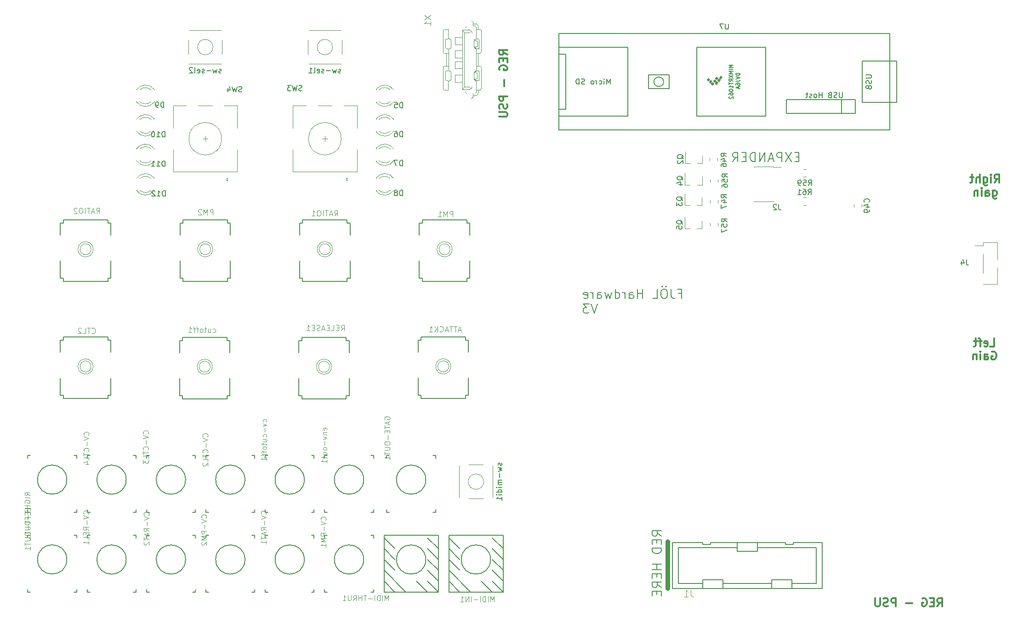
<source format=gbr>
%TF.GenerationSoftware,KiCad,Pcbnew,(6.0.1-0)*%
%TF.CreationDate,2022-04-07T21:47:18+00:00*%
%TF.ProjectId,fjol,666a6f6c-2e6b-4696-9361-645f70636258,rev?*%
%TF.SameCoordinates,Original*%
%TF.FileFunction,Legend,Bot*%
%TF.FilePolarity,Positive*%
%FSLAX46Y46*%
G04 Gerber Fmt 4.6, Leading zero omitted, Abs format (unit mm)*
G04 Created by KiCad (PCBNEW (6.0.1-0)) date 2022-04-07 21:47:18*
%MOMM*%
%LPD*%
G01*
G04 APERTURE LIST*
%ADD10C,0.812800*%
%ADD11C,0.300000*%
%ADD12C,0.142240*%
%ADD13C,0.077216*%
%ADD14C,0.096520*%
%ADD15C,0.150000*%
%ADD16C,0.081076*%
%ADD17C,0.101600*%
%ADD18C,0.127000*%
%ADD19C,0.120000*%
%ADD20C,0.100000*%
%ADD21C,0.203200*%
%ADD22C,0.050800*%
G04 APERTURE END LIST*
D10*
X211531200Y-149047200D02*
X211531200Y-157683200D01*
D11*
X182002209Y-59277265D02*
X181287923Y-58777265D01*
X182002209Y-58420122D02*
X180502209Y-58420122D01*
X180502209Y-58991551D01*
X180573638Y-59134408D01*
X180645066Y-59205837D01*
X180787923Y-59277265D01*
X181002209Y-59277265D01*
X181145066Y-59205837D01*
X181216495Y-59134408D01*
X181287923Y-58991551D01*
X181287923Y-58420122D01*
X181216495Y-59920122D02*
X181216495Y-60420122D01*
X182002209Y-60634408D02*
X182002209Y-59920122D01*
X180502209Y-59920122D01*
X180502209Y-60634408D01*
X180573638Y-62062980D02*
X180502209Y-61920122D01*
X180502209Y-61705837D01*
X180573638Y-61491551D01*
X180716495Y-61348694D01*
X180859352Y-61277265D01*
X181145066Y-61205837D01*
X181359352Y-61205837D01*
X181645066Y-61277265D01*
X181787923Y-61348694D01*
X181930780Y-61491551D01*
X182002209Y-61705837D01*
X182002209Y-61848694D01*
X181930780Y-62062980D01*
X181859352Y-62134408D01*
X181359352Y-62134408D01*
X181359352Y-61848694D01*
X181430780Y-63920122D02*
X181430780Y-65062980D01*
X182002209Y-66920122D02*
X180502209Y-66920122D01*
X180502209Y-67491551D01*
X180573638Y-67634408D01*
X180645066Y-67705837D01*
X180787923Y-67777265D01*
X181002209Y-67777265D01*
X181145066Y-67705837D01*
X181216495Y-67634408D01*
X181287923Y-67491551D01*
X181287923Y-66920122D01*
X181930780Y-68348694D02*
X182002209Y-68562980D01*
X182002209Y-68920122D01*
X181930780Y-69062980D01*
X181859352Y-69134408D01*
X181716495Y-69205837D01*
X181573638Y-69205837D01*
X181430780Y-69134408D01*
X181359352Y-69062980D01*
X181287923Y-68920122D01*
X181216495Y-68634408D01*
X181145066Y-68491551D01*
X181073638Y-68420122D01*
X180930780Y-68348694D01*
X180787923Y-68348694D01*
X180645066Y-68420122D01*
X180573638Y-68491551D01*
X180502209Y-68634408D01*
X180502209Y-68991551D01*
X180573638Y-69205837D01*
X180502209Y-69848694D02*
X181716495Y-69848694D01*
X181859352Y-69920122D01*
X181930780Y-69991551D01*
X182002209Y-70134408D01*
X182002209Y-70420122D01*
X181930780Y-70562980D01*
X181859352Y-70634408D01*
X181716495Y-70705837D01*
X180502209Y-70705837D01*
X261216114Y-161003371D02*
X261716114Y-160289085D01*
X262073257Y-161003371D02*
X262073257Y-159503371D01*
X261501828Y-159503371D01*
X261358971Y-159574800D01*
X261287542Y-159646228D01*
X261216114Y-159789085D01*
X261216114Y-160003371D01*
X261287542Y-160146228D01*
X261358971Y-160217657D01*
X261501828Y-160289085D01*
X262073257Y-160289085D01*
X260573257Y-160217657D02*
X260073257Y-160217657D01*
X259858971Y-161003371D02*
X260573257Y-161003371D01*
X260573257Y-159503371D01*
X259858971Y-159503371D01*
X258430400Y-159574800D02*
X258573257Y-159503371D01*
X258787542Y-159503371D01*
X259001828Y-159574800D01*
X259144685Y-159717657D01*
X259216114Y-159860514D01*
X259287542Y-160146228D01*
X259287542Y-160360514D01*
X259216114Y-160646228D01*
X259144685Y-160789085D01*
X259001828Y-160931942D01*
X258787542Y-161003371D01*
X258644685Y-161003371D01*
X258430400Y-160931942D01*
X258358971Y-160860514D01*
X258358971Y-160360514D01*
X258644685Y-160360514D01*
X256573257Y-160431942D02*
X255430400Y-160431942D01*
X253573257Y-161003371D02*
X253573257Y-159503371D01*
X253001828Y-159503371D01*
X252858971Y-159574800D01*
X252787542Y-159646228D01*
X252716114Y-159789085D01*
X252716114Y-160003371D01*
X252787542Y-160146228D01*
X252858971Y-160217657D01*
X253001828Y-160289085D01*
X253573257Y-160289085D01*
X252144685Y-160931942D02*
X251930400Y-161003371D01*
X251573257Y-161003371D01*
X251430400Y-160931942D01*
X251358971Y-160860514D01*
X251287542Y-160717657D01*
X251287542Y-160574800D01*
X251358971Y-160431942D01*
X251430400Y-160360514D01*
X251573257Y-160289085D01*
X251858971Y-160217657D01*
X252001828Y-160146228D01*
X252073257Y-160074800D01*
X252144685Y-159931942D01*
X252144685Y-159789085D01*
X252073257Y-159646228D01*
X252001828Y-159574800D01*
X251858971Y-159503371D01*
X251501828Y-159503371D01*
X251287542Y-159574800D01*
X250644685Y-159503371D02*
X250644685Y-160717657D01*
X250573257Y-160860514D01*
X250501828Y-160931942D01*
X250358971Y-161003371D01*
X250073257Y-161003371D01*
X249930400Y-160931942D01*
X249858971Y-160860514D01*
X249787542Y-160717657D01*
X249787542Y-159503371D01*
X270935714Y-113071071D02*
X271650000Y-113071071D01*
X271650000Y-111571071D01*
X269864285Y-112999642D02*
X270007142Y-113071071D01*
X270292857Y-113071071D01*
X270435714Y-112999642D01*
X270507142Y-112856785D01*
X270507142Y-112285357D01*
X270435714Y-112142500D01*
X270292857Y-112071071D01*
X270007142Y-112071071D01*
X269864285Y-112142500D01*
X269792857Y-112285357D01*
X269792857Y-112428214D01*
X270507142Y-112571071D01*
X269364285Y-112071071D02*
X268792857Y-112071071D01*
X269150000Y-113071071D02*
X269150000Y-111785357D01*
X269078571Y-111642500D01*
X268935714Y-111571071D01*
X268792857Y-111571071D01*
X268507142Y-112071071D02*
X267935714Y-112071071D01*
X268292857Y-111571071D02*
X268292857Y-112856785D01*
X268221428Y-112999642D01*
X268078571Y-113071071D01*
X267935714Y-113071071D01*
X271221428Y-114057500D02*
X271364285Y-113986071D01*
X271578571Y-113986071D01*
X271792857Y-114057500D01*
X271935714Y-114200357D01*
X272007142Y-114343214D01*
X272078571Y-114628928D01*
X272078571Y-114843214D01*
X272007142Y-115128928D01*
X271935714Y-115271785D01*
X271792857Y-115414642D01*
X271578571Y-115486071D01*
X271435714Y-115486071D01*
X271221428Y-115414642D01*
X271150000Y-115343214D01*
X271150000Y-114843214D01*
X271435714Y-114843214D01*
X269864285Y-115486071D02*
X269864285Y-114700357D01*
X269935714Y-114557500D01*
X270078571Y-114486071D01*
X270364285Y-114486071D01*
X270507142Y-114557500D01*
X269864285Y-115414642D02*
X270007142Y-115486071D01*
X270364285Y-115486071D01*
X270507142Y-115414642D01*
X270578571Y-115271785D01*
X270578571Y-115128928D01*
X270507142Y-114986071D01*
X270364285Y-114914642D01*
X270007142Y-114914642D01*
X269864285Y-114843214D01*
X269150000Y-115486071D02*
X269150000Y-114486071D01*
X269150000Y-113986071D02*
X269221428Y-114057500D01*
X269150000Y-114128928D01*
X269078571Y-114057500D01*
X269150000Y-113986071D01*
X269150000Y-114128928D01*
X268435714Y-114486071D02*
X268435714Y-115486071D01*
X268435714Y-114628928D02*
X268364285Y-114557500D01*
X268221428Y-114486071D01*
X268007142Y-114486071D01*
X267864285Y-114557500D01*
X267792857Y-114700357D01*
X267792857Y-115486071D01*
D12*
X213547094Y-103302649D02*
X214110127Y-103302649D01*
X214110127Y-104187415D02*
X214110127Y-102498315D01*
X213305794Y-102498315D01*
X212179727Y-102498315D02*
X212179727Y-103704815D01*
X212260160Y-103946115D01*
X212421027Y-104106982D01*
X212662327Y-104187415D01*
X212823194Y-104187415D01*
X211053660Y-102498315D02*
X210731927Y-102498315D01*
X210571060Y-102578749D01*
X210410194Y-102739615D01*
X210329760Y-103061349D01*
X210329760Y-103624382D01*
X210410194Y-103946115D01*
X210571060Y-104106982D01*
X210731927Y-104187415D01*
X211053660Y-104187415D01*
X211214527Y-104106982D01*
X211375394Y-103946115D01*
X211455827Y-103624382D01*
X211455827Y-103061349D01*
X211375394Y-102739615D01*
X211214527Y-102578749D01*
X211053660Y-102498315D01*
X211214527Y-101935282D02*
X211134094Y-102015715D01*
X211214527Y-102096149D01*
X211294960Y-102015715D01*
X211214527Y-101935282D01*
X211214527Y-102096149D01*
X210571060Y-101935282D02*
X210490627Y-102015715D01*
X210571060Y-102096149D01*
X210651494Y-102015715D01*
X210571060Y-101935282D01*
X210571060Y-102096149D01*
X208801527Y-104187415D02*
X209605860Y-104187415D01*
X209605860Y-102498315D01*
X206951560Y-104187415D02*
X206951560Y-102498315D01*
X206951560Y-103302649D02*
X205986360Y-103302649D01*
X205986360Y-104187415D02*
X205986360Y-102498315D01*
X204458127Y-104187415D02*
X204458127Y-103302649D01*
X204538560Y-103141782D01*
X204699427Y-103061349D01*
X205021160Y-103061349D01*
X205182027Y-103141782D01*
X204458127Y-104106982D02*
X204618994Y-104187415D01*
X205021160Y-104187415D01*
X205182027Y-104106982D01*
X205262460Y-103946115D01*
X205262460Y-103785249D01*
X205182027Y-103624382D01*
X205021160Y-103543949D01*
X204618994Y-103543949D01*
X204458127Y-103463515D01*
X203653794Y-104187415D02*
X203653794Y-103061349D01*
X203653794Y-103383082D02*
X203573360Y-103222215D01*
X203492927Y-103141782D01*
X203332060Y-103061349D01*
X203171194Y-103061349D01*
X201884260Y-104187415D02*
X201884260Y-102498315D01*
X201884260Y-104106982D02*
X202045127Y-104187415D01*
X202366860Y-104187415D01*
X202527727Y-104106982D01*
X202608160Y-104026549D01*
X202688594Y-103865682D01*
X202688594Y-103383082D01*
X202608160Y-103222215D01*
X202527727Y-103141782D01*
X202366860Y-103061349D01*
X202045127Y-103061349D01*
X201884260Y-103141782D01*
X201240794Y-103061349D02*
X200919060Y-104187415D01*
X200597327Y-103383082D01*
X200275594Y-104187415D01*
X199953860Y-103061349D01*
X198586494Y-104187415D02*
X198586494Y-103302649D01*
X198666927Y-103141782D01*
X198827794Y-103061349D01*
X199149527Y-103061349D01*
X199310394Y-103141782D01*
X198586494Y-104106982D02*
X198747360Y-104187415D01*
X199149527Y-104187415D01*
X199310394Y-104106982D01*
X199390827Y-103946115D01*
X199390827Y-103785249D01*
X199310394Y-103624382D01*
X199149527Y-103543949D01*
X198747360Y-103543949D01*
X198586494Y-103463515D01*
X197782160Y-104187415D02*
X197782160Y-103061349D01*
X197782160Y-103383082D02*
X197701727Y-103222215D01*
X197621294Y-103141782D01*
X197460427Y-103061349D01*
X197299560Y-103061349D01*
X196093060Y-104106982D02*
X196253927Y-104187415D01*
X196575660Y-104187415D01*
X196736527Y-104106982D01*
X196816960Y-103946115D01*
X196816960Y-103302649D01*
X196736527Y-103141782D01*
X196575660Y-103061349D01*
X196253927Y-103061349D01*
X196093060Y-103141782D01*
X196012627Y-103302649D01*
X196012627Y-103463515D01*
X196816960Y-103624382D01*
X198586494Y-105217766D02*
X198023460Y-106906866D01*
X197460427Y-105217766D01*
X197058260Y-105217766D02*
X196012627Y-105217766D01*
X196575660Y-105861233D01*
X196334360Y-105861233D01*
X196173494Y-105941666D01*
X196093060Y-106022100D01*
X196012627Y-106182966D01*
X196012627Y-106585133D01*
X196093060Y-106746000D01*
X196173494Y-106826433D01*
X196334360Y-106906866D01*
X196816960Y-106906866D01*
X196977827Y-106826433D01*
X197058260Y-106746000D01*
X210396666Y-148027644D02*
X209592333Y-147464610D01*
X210396666Y-147062444D02*
X208707566Y-147062444D01*
X208707566Y-147705910D01*
X208788000Y-147866777D01*
X208868433Y-147947210D01*
X209029300Y-148027644D01*
X209270600Y-148027644D01*
X209431466Y-147947210D01*
X209511900Y-147866777D01*
X209592333Y-147705910D01*
X209592333Y-147062444D01*
X209511900Y-148751544D02*
X209511900Y-149314577D01*
X210396666Y-149555877D02*
X210396666Y-148751544D01*
X208707566Y-148751544D01*
X208707566Y-149555877D01*
X210396666Y-150279777D02*
X208707566Y-150279777D01*
X208707566Y-150681944D01*
X208788000Y-150923244D01*
X208948866Y-151084110D01*
X209109733Y-151164544D01*
X209431466Y-151244977D01*
X209672766Y-151244977D01*
X209994500Y-151164544D01*
X210155366Y-151084110D01*
X210316233Y-150923244D01*
X210396666Y-150681944D01*
X210396666Y-150279777D01*
X210396666Y-153255810D02*
X208707566Y-153255810D01*
X209511900Y-153255810D02*
X209511900Y-154221010D01*
X210396666Y-154221010D02*
X208707566Y-154221010D01*
X209511900Y-155025344D02*
X209511900Y-155588377D01*
X210396666Y-155829677D02*
X210396666Y-155025344D01*
X208707566Y-155025344D01*
X208707566Y-155829677D01*
X210396666Y-157518777D02*
X209592333Y-156955744D01*
X210396666Y-156553577D02*
X208707566Y-156553577D01*
X208707566Y-157197044D01*
X208788000Y-157357910D01*
X208868433Y-157438344D01*
X209029300Y-157518777D01*
X209270600Y-157518777D01*
X209431466Y-157438344D01*
X209511900Y-157357910D01*
X209592333Y-157197044D01*
X209592333Y-156553577D01*
X209511900Y-158242677D02*
X209511900Y-158805710D01*
X210396666Y-159047010D02*
X210396666Y-158242677D01*
X208707566Y-158242677D01*
X208707566Y-159047010D01*
D11*
X271728571Y-82871071D02*
X272228571Y-82156785D01*
X272585714Y-82871071D02*
X272585714Y-81371071D01*
X272014285Y-81371071D01*
X271871428Y-81442500D01*
X271800000Y-81513928D01*
X271728571Y-81656785D01*
X271728571Y-81871071D01*
X271800000Y-82013928D01*
X271871428Y-82085357D01*
X272014285Y-82156785D01*
X272585714Y-82156785D01*
X271085714Y-82871071D02*
X271085714Y-81871071D01*
X271085714Y-81371071D02*
X271157142Y-81442500D01*
X271085714Y-81513928D01*
X271014285Y-81442500D01*
X271085714Y-81371071D01*
X271085714Y-81513928D01*
X269728571Y-81871071D02*
X269728571Y-83085357D01*
X269800000Y-83228214D01*
X269871428Y-83299642D01*
X270014285Y-83371071D01*
X270228571Y-83371071D01*
X270371428Y-83299642D01*
X269728571Y-82799642D02*
X269871428Y-82871071D01*
X270157142Y-82871071D01*
X270300000Y-82799642D01*
X270371428Y-82728214D01*
X270442857Y-82585357D01*
X270442857Y-82156785D01*
X270371428Y-82013928D01*
X270300000Y-81942500D01*
X270157142Y-81871071D01*
X269871428Y-81871071D01*
X269728571Y-81942500D01*
X269014285Y-82871071D02*
X269014285Y-81371071D01*
X268371428Y-82871071D02*
X268371428Y-82085357D01*
X268442857Y-81942500D01*
X268585714Y-81871071D01*
X268800000Y-81871071D01*
X268942857Y-81942500D01*
X269014285Y-82013928D01*
X267871428Y-81871071D02*
X267300000Y-81871071D01*
X267657142Y-81371071D02*
X267657142Y-82656785D01*
X267585714Y-82799642D01*
X267442857Y-82871071D01*
X267300000Y-82871071D01*
X271442857Y-84286071D02*
X271442857Y-85500357D01*
X271514285Y-85643214D01*
X271585714Y-85714642D01*
X271728571Y-85786071D01*
X271942857Y-85786071D01*
X272085714Y-85714642D01*
X271442857Y-85214642D02*
X271585714Y-85286071D01*
X271871428Y-85286071D01*
X272014285Y-85214642D01*
X272085714Y-85143214D01*
X272157142Y-85000357D01*
X272157142Y-84571785D01*
X272085714Y-84428928D01*
X272014285Y-84357500D01*
X271871428Y-84286071D01*
X271585714Y-84286071D01*
X271442857Y-84357500D01*
X270085714Y-85286071D02*
X270085714Y-84500357D01*
X270157142Y-84357500D01*
X270300000Y-84286071D01*
X270585714Y-84286071D01*
X270728571Y-84357500D01*
X270085714Y-85214642D02*
X270228571Y-85286071D01*
X270585714Y-85286071D01*
X270728571Y-85214642D01*
X270800000Y-85071785D01*
X270800000Y-84928928D01*
X270728571Y-84786071D01*
X270585714Y-84714642D01*
X270228571Y-84714642D01*
X270085714Y-84643214D01*
X269371428Y-85286071D02*
X269371428Y-84286071D01*
X269371428Y-83786071D02*
X269442857Y-83857500D01*
X269371428Y-83928928D01*
X269300000Y-83857500D01*
X269371428Y-83786071D01*
X269371428Y-83928928D01*
X268657142Y-84286071D02*
X268657142Y-85286071D01*
X268657142Y-84428928D02*
X268585714Y-84357500D01*
X268442857Y-84286071D01*
X268228571Y-84286071D01*
X268085714Y-84357500D01*
X268014285Y-84500357D01*
X268014285Y-85286071D01*
D12*
X235725377Y-78079600D02*
X235162344Y-78079600D01*
X234921044Y-78964366D02*
X235725377Y-78964366D01*
X235725377Y-77275266D01*
X234921044Y-77275266D01*
X234358010Y-77275266D02*
X233231944Y-78964366D01*
X233231944Y-77275266D02*
X234358010Y-78964366D01*
X232588477Y-78964366D02*
X232588477Y-77275266D01*
X231945010Y-77275266D01*
X231784144Y-77355700D01*
X231703710Y-77436133D01*
X231623277Y-77597000D01*
X231623277Y-77838300D01*
X231703710Y-77999166D01*
X231784144Y-78079600D01*
X231945010Y-78160033D01*
X232588477Y-78160033D01*
X230979810Y-78481766D02*
X230175477Y-78481766D01*
X231140677Y-78964366D02*
X230577644Y-77275266D01*
X230014610Y-78964366D01*
X229451577Y-78964366D02*
X229451577Y-77275266D01*
X228486377Y-78964366D01*
X228486377Y-77275266D01*
X227682044Y-78964366D02*
X227682044Y-77275266D01*
X227279877Y-77275266D01*
X227038577Y-77355700D01*
X226877710Y-77516566D01*
X226797277Y-77677433D01*
X226716844Y-77999166D01*
X226716844Y-78240466D01*
X226797277Y-78562200D01*
X226877710Y-78723066D01*
X227038577Y-78883933D01*
X227279877Y-78964366D01*
X227682044Y-78964366D01*
X225992944Y-78079600D02*
X225429910Y-78079600D01*
X225188610Y-78964366D02*
X225992944Y-78964366D01*
X225992944Y-77275266D01*
X225188610Y-77275266D01*
X223499510Y-78964366D02*
X224062544Y-78160033D01*
X224464710Y-78964366D02*
X224464710Y-77275266D01*
X223821244Y-77275266D01*
X223660377Y-77355700D01*
X223579944Y-77436133D01*
X223499510Y-77597000D01*
X223499510Y-77838300D01*
X223579944Y-77999166D01*
X223660377Y-78079600D01*
X223821244Y-78160033D01*
X224464710Y-78160033D01*
D13*
%TO.C,CV-RAT1*%
X137472634Y-143992675D02*
X137518596Y-143946713D01*
X137564558Y-143808827D01*
X137564558Y-143716903D01*
X137518596Y-143579018D01*
X137426672Y-143487094D01*
X137334748Y-143441132D01*
X137150900Y-143395170D01*
X137013015Y-143395170D01*
X136829167Y-143441132D01*
X136737243Y-143487094D01*
X136645320Y-143579018D01*
X136599358Y-143716903D01*
X136599358Y-143808827D01*
X136645320Y-143946713D01*
X136691281Y-143992675D01*
X136599358Y-144268446D02*
X137564558Y-144590180D01*
X136599358Y-144911913D01*
X137196862Y-145233646D02*
X137196862Y-145969037D01*
X137564558Y-146980199D02*
X137104939Y-146658465D01*
X137564558Y-146428656D02*
X136599358Y-146428656D01*
X136599358Y-146796351D01*
X136645320Y-146888275D01*
X136691281Y-146934237D01*
X136783205Y-146980199D01*
X136921091Y-146980199D01*
X137013015Y-146934237D01*
X137058977Y-146888275D01*
X137104939Y-146796351D01*
X137104939Y-146428656D01*
X137288786Y-147347894D02*
X137288786Y-147807513D01*
X137564558Y-147255970D02*
X136599358Y-147577703D01*
X137564558Y-147899437D01*
X136599358Y-148083284D02*
X136599358Y-148634827D01*
X137564558Y-148359056D02*
X136599358Y-148359056D01*
X137564558Y-149462141D02*
X137564558Y-148910599D01*
X137564558Y-149186370D02*
X136599358Y-149186370D01*
X136737243Y-149094446D01*
X136829167Y-149002522D01*
X136875129Y-148910599D01*
%TO.C,CV-REL1*%
X104781154Y-143950751D02*
X104827116Y-143904789D01*
X104873078Y-143766903D01*
X104873078Y-143674980D01*
X104827116Y-143537094D01*
X104735192Y-143445170D01*
X104643268Y-143399208D01*
X104459420Y-143353246D01*
X104321535Y-143353246D01*
X104137687Y-143399208D01*
X104045763Y-143445170D01*
X103953840Y-143537094D01*
X103907878Y-143674980D01*
X103907878Y-143766903D01*
X103953840Y-143904789D01*
X103999801Y-143950751D01*
X103907878Y-144226522D02*
X104873078Y-144548256D01*
X103907878Y-144869989D01*
X104505382Y-145191722D02*
X104505382Y-145927113D01*
X104873078Y-146938275D02*
X104413459Y-146616541D01*
X104873078Y-146386732D02*
X103907878Y-146386732D01*
X103907878Y-146754427D01*
X103953840Y-146846351D01*
X103999801Y-146892313D01*
X104091725Y-146938275D01*
X104229611Y-146938275D01*
X104321535Y-146892313D01*
X104367497Y-146846351D01*
X104413459Y-146754427D01*
X104413459Y-146386732D01*
X104367497Y-147351932D02*
X104367497Y-147673665D01*
X104873078Y-147811551D02*
X104873078Y-147351932D01*
X103907878Y-147351932D01*
X103907878Y-147811551D01*
X104873078Y-148684827D02*
X104873078Y-148225208D01*
X103907878Y-148225208D01*
X104873078Y-149512141D02*
X104873078Y-148960599D01*
X104873078Y-149236370D02*
X103907878Y-149236370D01*
X104045763Y-149144446D01*
X104137687Y-149052522D01*
X104183649Y-148960599D01*
%TO.C,CV-PM1*%
X148511594Y-145052294D02*
X148557556Y-145006332D01*
X148603518Y-144868446D01*
X148603518Y-144776522D01*
X148557556Y-144638637D01*
X148465632Y-144546713D01*
X148373708Y-144500751D01*
X148189860Y-144454789D01*
X148051975Y-144454789D01*
X147868127Y-144500751D01*
X147776203Y-144546713D01*
X147684280Y-144638637D01*
X147638318Y-144776522D01*
X147638318Y-144868446D01*
X147684280Y-145006332D01*
X147730241Y-145052294D01*
X147638318Y-145328065D02*
X148603518Y-145649799D01*
X147638318Y-145971532D01*
X148235822Y-146293265D02*
X148235822Y-147028656D01*
X148603518Y-147488275D02*
X147638318Y-147488275D01*
X147638318Y-147855970D01*
X147684280Y-147947894D01*
X147730241Y-147993856D01*
X147822165Y-148039818D01*
X147960051Y-148039818D01*
X148051975Y-147993856D01*
X148097937Y-147947894D01*
X148143899Y-147855970D01*
X148143899Y-147488275D01*
X148603518Y-148453475D02*
X147638318Y-148453475D01*
X148327746Y-148775208D01*
X147638318Y-149096941D01*
X148603518Y-149096941D01*
X148603518Y-150062141D02*
X148603518Y-149510599D01*
X148603518Y-149786370D02*
X147638318Y-149786370D01*
X147776203Y-149694446D01*
X147868127Y-149602522D01*
X147914089Y-149510599D01*
%TO.C,CV-RAT2*%
X115895514Y-144167675D02*
X115941476Y-144121713D01*
X115987438Y-143983827D01*
X115987438Y-143891903D01*
X115941476Y-143754018D01*
X115849552Y-143662094D01*
X115757628Y-143616132D01*
X115573780Y-143570170D01*
X115435895Y-143570170D01*
X115252047Y-143616132D01*
X115160123Y-143662094D01*
X115068200Y-143754018D01*
X115022238Y-143891903D01*
X115022238Y-143983827D01*
X115068200Y-144121713D01*
X115114161Y-144167675D01*
X115022238Y-144443446D02*
X115987438Y-144765180D01*
X115022238Y-145086913D01*
X115619742Y-145408646D02*
X115619742Y-146144037D01*
X115987438Y-147155199D02*
X115527819Y-146833465D01*
X115987438Y-146603656D02*
X115022238Y-146603656D01*
X115022238Y-146971351D01*
X115068200Y-147063275D01*
X115114161Y-147109237D01*
X115206085Y-147155199D01*
X115343971Y-147155199D01*
X115435895Y-147109237D01*
X115481857Y-147063275D01*
X115527819Y-146971351D01*
X115527819Y-146603656D01*
X115711666Y-147522894D02*
X115711666Y-147982513D01*
X115987438Y-147430970D02*
X115022238Y-147752703D01*
X115987438Y-148074437D01*
X115022238Y-148258284D02*
X115022238Y-148809827D01*
X115987438Y-148534056D02*
X115022238Y-148534056D01*
X115114161Y-149085599D02*
X115068200Y-149131561D01*
X115022238Y-149223484D01*
X115022238Y-149453294D01*
X115068200Y-149545218D01*
X115114161Y-149591180D01*
X115206085Y-149637141D01*
X115298009Y-149637141D01*
X115435895Y-149591180D01*
X115987438Y-149039637D01*
X115987438Y-149637141D01*
%TO.C,CV-PM2*%
X126509074Y-144677294D02*
X126555036Y-144631332D01*
X126600998Y-144493446D01*
X126600998Y-144401522D01*
X126555036Y-144263637D01*
X126463112Y-144171713D01*
X126371188Y-144125751D01*
X126187340Y-144079789D01*
X126049455Y-144079789D01*
X125865607Y-144125751D01*
X125773683Y-144171713D01*
X125681760Y-144263637D01*
X125635798Y-144401522D01*
X125635798Y-144493446D01*
X125681760Y-144631332D01*
X125727721Y-144677294D01*
X125635798Y-144953065D02*
X126600998Y-145274799D01*
X125635798Y-145596532D01*
X126233302Y-145918265D02*
X126233302Y-146653656D01*
X126600998Y-147113275D02*
X125635798Y-147113275D01*
X125635798Y-147480970D01*
X125681760Y-147572894D01*
X125727721Y-147618856D01*
X125819645Y-147664818D01*
X125957531Y-147664818D01*
X126049455Y-147618856D01*
X126095417Y-147572894D01*
X126141379Y-147480970D01*
X126141379Y-147113275D01*
X126600998Y-148078475D02*
X125635798Y-148078475D01*
X126325226Y-148400208D01*
X125635798Y-148721941D01*
X126600998Y-148721941D01*
X125727721Y-149135599D02*
X125681760Y-149181561D01*
X125635798Y-149273484D01*
X125635798Y-149503294D01*
X125681760Y-149595218D01*
X125727721Y-149641180D01*
X125819645Y-149687141D01*
X125911569Y-149687141D01*
X126049455Y-149641180D01*
X126600998Y-149089637D01*
X126600998Y-149687141D01*
%TO.C,LEFT-OUT1*%
X94092476Y-143360798D02*
X94092476Y-142901179D01*
X93127276Y-142901179D01*
X93586895Y-143682532D02*
X93586895Y-144004265D01*
X94092476Y-144142151D02*
X94092476Y-143682532D01*
X93127276Y-143682532D01*
X93127276Y-144142151D01*
X93586895Y-144877541D02*
X93586895Y-144555808D01*
X94092476Y-144555808D02*
X93127276Y-144555808D01*
X93127276Y-145015427D01*
X93127276Y-145245237D02*
X93127276Y-145796779D01*
X94092476Y-145521008D02*
X93127276Y-145521008D01*
X93724780Y-146118513D02*
X93724780Y-146853903D01*
X93127276Y-147497370D02*
X93127276Y-147681218D01*
X93173238Y-147773141D01*
X93265161Y-147865065D01*
X93449009Y-147911027D01*
X93770742Y-147911027D01*
X93954590Y-147865065D01*
X94046514Y-147773141D01*
X94092476Y-147681218D01*
X94092476Y-147497370D01*
X94046514Y-147405446D01*
X93954590Y-147313522D01*
X93770742Y-147267560D01*
X93449009Y-147267560D01*
X93265161Y-147313522D01*
X93173238Y-147405446D01*
X93127276Y-147497370D01*
X93127276Y-148324684D02*
X93908628Y-148324684D01*
X94000552Y-148370646D01*
X94046514Y-148416608D01*
X94092476Y-148508532D01*
X94092476Y-148692379D01*
X94046514Y-148784303D01*
X94000552Y-148830265D01*
X93908628Y-148876227D01*
X93127276Y-148876227D01*
X93127276Y-149197960D02*
X93127276Y-149749503D01*
X94092476Y-149473732D02*
X93127276Y-149473732D01*
X94092476Y-150576818D02*
X94092476Y-150025275D01*
X94092476Y-150301046D02*
X93127276Y-150301046D01*
X93265161Y-150209122D01*
X93357085Y-150117198D01*
X93403047Y-150025275D01*
%TO.C,GATE-OUT1*%
X159448240Y-126533237D02*
X159402278Y-126441313D01*
X159402278Y-126303427D01*
X159448240Y-126165541D01*
X159540163Y-126073618D01*
X159632087Y-126027656D01*
X159815935Y-125981694D01*
X159953820Y-125981694D01*
X160137668Y-126027656D01*
X160229592Y-126073618D01*
X160321516Y-126165541D01*
X160367478Y-126303427D01*
X160367478Y-126395351D01*
X160321516Y-126533237D01*
X160275554Y-126579199D01*
X159953820Y-126579199D01*
X159953820Y-126395351D01*
X160091706Y-126946894D02*
X160091706Y-127406513D01*
X160367478Y-126854970D02*
X159402278Y-127176703D01*
X160367478Y-127498437D01*
X159402278Y-127682284D02*
X159402278Y-128233827D01*
X160367478Y-127958056D02*
X159402278Y-127958056D01*
X159861897Y-128555561D02*
X159861897Y-128877294D01*
X160367478Y-129015180D02*
X160367478Y-128555561D01*
X159402278Y-128555561D01*
X159402278Y-129015180D01*
X159999782Y-129428837D02*
X159999782Y-130164227D01*
X159402278Y-130807694D02*
X159402278Y-130991541D01*
X159448240Y-131083465D01*
X159540163Y-131175389D01*
X159724011Y-131221351D01*
X160045744Y-131221351D01*
X160229592Y-131175389D01*
X160321516Y-131083465D01*
X160367478Y-130991541D01*
X160367478Y-130807694D01*
X160321516Y-130715770D01*
X160229592Y-130623846D01*
X160045744Y-130577884D01*
X159724011Y-130577884D01*
X159540163Y-130623846D01*
X159448240Y-130715770D01*
X159402278Y-130807694D01*
X159402278Y-131635008D02*
X160183630Y-131635008D01*
X160275554Y-131680970D01*
X160321516Y-131726932D01*
X160367478Y-131818856D01*
X160367478Y-132002703D01*
X160321516Y-132094627D01*
X160275554Y-132140589D01*
X160183630Y-132186551D01*
X159402278Y-132186551D01*
X159402278Y-132508284D02*
X159402278Y-133059827D01*
X160367478Y-132784056D02*
X159402278Y-132784056D01*
X160367478Y-133887141D02*
X160367478Y-133335599D01*
X160367478Y-133611370D02*
X159402278Y-133611370D01*
X159540163Y-133519446D01*
X159632087Y-133427522D01*
X159678049Y-133335599D01*
%TO.C,RIGHT-OUT1*%
X94042476Y-140543808D02*
X93582857Y-140222075D01*
X94042476Y-139992265D02*
X93077276Y-139992265D01*
X93077276Y-140359961D01*
X93123238Y-140451884D01*
X93169199Y-140497846D01*
X93261123Y-140543808D01*
X93399009Y-140543808D01*
X93490933Y-140497846D01*
X93536895Y-140451884D01*
X93582857Y-140359961D01*
X93582857Y-139992265D01*
X94042476Y-140957465D02*
X93077276Y-140957465D01*
X93123238Y-141922665D02*
X93077276Y-141830741D01*
X93077276Y-141692856D01*
X93123238Y-141554970D01*
X93215161Y-141463046D01*
X93307085Y-141417084D01*
X93490933Y-141371122D01*
X93628818Y-141371122D01*
X93812666Y-141417084D01*
X93904590Y-141463046D01*
X93996514Y-141554970D01*
X94042476Y-141692856D01*
X94042476Y-141784780D01*
X93996514Y-141922665D01*
X93950552Y-141968627D01*
X93628818Y-141968627D01*
X93628818Y-141784780D01*
X94042476Y-142382284D02*
X93077276Y-142382284D01*
X93536895Y-142382284D02*
X93536895Y-142933827D01*
X94042476Y-142933827D02*
X93077276Y-142933827D01*
X93077276Y-143255561D02*
X93077276Y-143807103D01*
X94042476Y-143531332D02*
X93077276Y-143531332D01*
X93674780Y-144128837D02*
X93674780Y-144864227D01*
X93077276Y-145507694D02*
X93077276Y-145691541D01*
X93123238Y-145783465D01*
X93215161Y-145875389D01*
X93399009Y-145921351D01*
X93720742Y-145921351D01*
X93904590Y-145875389D01*
X93996514Y-145783465D01*
X94042476Y-145691541D01*
X94042476Y-145507694D01*
X93996514Y-145415770D01*
X93904590Y-145323846D01*
X93720742Y-145277884D01*
X93399009Y-145277884D01*
X93215161Y-145323846D01*
X93123238Y-145415770D01*
X93077276Y-145507694D01*
X93077276Y-146335008D02*
X93858628Y-146335008D01*
X93950552Y-146380970D01*
X93996514Y-146426932D01*
X94042476Y-146518856D01*
X94042476Y-146702703D01*
X93996514Y-146794627D01*
X93950552Y-146840589D01*
X93858628Y-146886551D01*
X93077276Y-146886551D01*
X93077276Y-147208284D02*
X93077276Y-147759827D01*
X94042476Y-147484056D02*
X93077276Y-147484056D01*
X94042476Y-148587141D02*
X94042476Y-148035599D01*
X94042476Y-148311370D02*
X93077276Y-148311370D01*
X93215161Y-148219446D01*
X93307085Y-148127522D01*
X93353047Y-148035599D01*
D14*
%TO.C,X1*%
X166658885Y-51964303D02*
X167865385Y-52768637D01*
X166658885Y-52768637D02*
X167865385Y-51964303D01*
X167865385Y-53860232D02*
X167865385Y-53170803D01*
X167865385Y-53515518D02*
X166658885Y-53515518D01*
X166831242Y-53400613D01*
X166946147Y-53285708D01*
X167003599Y-53170803D01*
D13*
%TO.C,CV-CTL2*%
X126734074Y-129688637D02*
X126780036Y-129642675D01*
X126825998Y-129504789D01*
X126825998Y-129412865D01*
X126780036Y-129274980D01*
X126688112Y-129183056D01*
X126596188Y-129137094D01*
X126412340Y-129091132D01*
X126274455Y-129091132D01*
X126090607Y-129137094D01*
X125998683Y-129183056D01*
X125906760Y-129274980D01*
X125860798Y-129412865D01*
X125860798Y-129504789D01*
X125906760Y-129642675D01*
X125952721Y-129688637D01*
X125860798Y-129964408D02*
X126825998Y-130286141D01*
X125860798Y-130607875D01*
X126458302Y-130929608D02*
X126458302Y-131664999D01*
X126734074Y-132676161D02*
X126780036Y-132630199D01*
X126825998Y-132492313D01*
X126825998Y-132400389D01*
X126780036Y-132262503D01*
X126688112Y-132170580D01*
X126596188Y-132124618D01*
X126412340Y-132078656D01*
X126274455Y-132078656D01*
X126090607Y-132124618D01*
X125998683Y-132170580D01*
X125906760Y-132262503D01*
X125860798Y-132400389D01*
X125860798Y-132492313D01*
X125906760Y-132630199D01*
X125952721Y-132676161D01*
X125860798Y-132951932D02*
X125860798Y-133503475D01*
X126825998Y-133227703D02*
X125860798Y-133227703D01*
X126825998Y-134284827D02*
X126825998Y-133825208D01*
X125860798Y-133825208D01*
X125952721Y-134560599D02*
X125906760Y-134606561D01*
X125860798Y-134698484D01*
X125860798Y-134928294D01*
X125906760Y-135020218D01*
X125952721Y-135066180D01*
X126044645Y-135112141D01*
X126136569Y-135112141D01*
X126274455Y-135066180D01*
X126825998Y-134514637D01*
X126825998Y-135112141D01*
%TO.C,cv-cutoff1*%
X137593596Y-126984008D02*
X137639558Y-126892084D01*
X137639558Y-126708237D01*
X137593596Y-126616313D01*
X137547634Y-126570351D01*
X137455710Y-126524389D01*
X137179939Y-126524389D01*
X137088015Y-126570351D01*
X137042053Y-126616313D01*
X136996091Y-126708237D01*
X136996091Y-126892084D01*
X137042053Y-126984008D01*
X136996091Y-127305741D02*
X137639558Y-127535551D01*
X136996091Y-127765361D01*
X137271862Y-128133056D02*
X137271862Y-128868446D01*
X137593596Y-129741722D02*
X137639558Y-129649799D01*
X137639558Y-129465951D01*
X137593596Y-129374027D01*
X137547634Y-129328065D01*
X137455710Y-129282103D01*
X137179939Y-129282103D01*
X137088015Y-129328065D01*
X137042053Y-129374027D01*
X136996091Y-129465951D01*
X136996091Y-129649799D01*
X137042053Y-129741722D01*
X136996091Y-130569037D02*
X137639558Y-130569037D01*
X136996091Y-130155380D02*
X137501672Y-130155380D01*
X137593596Y-130201341D01*
X137639558Y-130293265D01*
X137639558Y-130431151D01*
X137593596Y-130523075D01*
X137547634Y-130569037D01*
X136996091Y-130890770D02*
X136996091Y-131258465D01*
X136674358Y-131028656D02*
X137501672Y-131028656D01*
X137593596Y-131074618D01*
X137639558Y-131166541D01*
X137639558Y-131258465D01*
X137639558Y-131718084D02*
X137593596Y-131626161D01*
X137547634Y-131580199D01*
X137455710Y-131534237D01*
X137179939Y-131534237D01*
X137088015Y-131580199D01*
X137042053Y-131626161D01*
X136996091Y-131718084D01*
X136996091Y-131855970D01*
X137042053Y-131947894D01*
X137088015Y-131993856D01*
X137179939Y-132039818D01*
X137455710Y-132039818D01*
X137547634Y-131993856D01*
X137593596Y-131947894D01*
X137639558Y-131855970D01*
X137639558Y-131718084D01*
X136996091Y-132315589D02*
X136996091Y-132683284D01*
X137639558Y-132453475D02*
X136812243Y-132453475D01*
X136720320Y-132499437D01*
X136674358Y-132591361D01*
X136674358Y-132683284D01*
X136996091Y-132867132D02*
X136996091Y-133234827D01*
X137639558Y-133005018D02*
X136812243Y-133005018D01*
X136720320Y-133050980D01*
X136674358Y-133142903D01*
X136674358Y-133234827D01*
X137639558Y-134062141D02*
X137639558Y-133510599D01*
X137639558Y-133786370D02*
X136674358Y-133786370D01*
X136812243Y-133694446D01*
X136904167Y-133602522D01*
X136950129Y-133510599D01*
D15*
%TO.C,J2*%
X232006733Y-86879180D02*
X232006733Y-87593466D01*
X232054352Y-87736323D01*
X232149590Y-87831561D01*
X232292447Y-87879180D01*
X232387685Y-87879180D01*
X231578161Y-86974419D02*
X231530542Y-86926800D01*
X231435304Y-86879180D01*
X231197209Y-86879180D01*
X231101971Y-86926800D01*
X231054352Y-86974419D01*
X231006733Y-87069657D01*
X231006733Y-87164895D01*
X231054352Y-87307752D01*
X231625780Y-87879180D01*
X231006733Y-87879180D01*
%TO.C,U7*%
X222732504Y-53528980D02*
X222732504Y-54338504D01*
X222684885Y-54433742D01*
X222637266Y-54481361D01*
X222542028Y-54528980D01*
X222351552Y-54528980D01*
X222256314Y-54481361D01*
X222208695Y-54433742D01*
X222161076Y-54338504D01*
X222161076Y-53528980D01*
X221780123Y-53528980D02*
X221113457Y-53528980D01*
X221542028Y-54528980D01*
X248092980Y-62974695D02*
X248902504Y-62974695D01*
X248997742Y-63022314D01*
X249045361Y-63069933D01*
X249092980Y-63165171D01*
X249092980Y-63355647D01*
X249045361Y-63450885D01*
X248997742Y-63498504D01*
X248902504Y-63546123D01*
X248092980Y-63546123D01*
X249045361Y-63974695D02*
X249092980Y-64117552D01*
X249092980Y-64355647D01*
X249045361Y-64450885D01*
X248997742Y-64498504D01*
X248902504Y-64546123D01*
X248807266Y-64546123D01*
X248712028Y-64498504D01*
X248664409Y-64450885D01*
X248616790Y-64355647D01*
X248569171Y-64165171D01*
X248521552Y-64069933D01*
X248473933Y-64022314D01*
X248378695Y-63974695D01*
X248283457Y-63974695D01*
X248188219Y-64022314D01*
X248140600Y-64069933D01*
X248092980Y-64165171D01*
X248092980Y-64403266D01*
X248140600Y-64546123D01*
X248569171Y-65308028D02*
X248616790Y-65450885D01*
X248664409Y-65498504D01*
X248759647Y-65546123D01*
X248902504Y-65546123D01*
X248997742Y-65498504D01*
X249045361Y-65450885D01*
X249092980Y-65355647D01*
X249092980Y-64974695D01*
X248092980Y-64974695D01*
X248092980Y-65308028D01*
X248140600Y-65403266D01*
X248188219Y-65450885D01*
X248283457Y-65498504D01*
X248378695Y-65498504D01*
X248473933Y-65450885D01*
X248521552Y-65403266D01*
X248569171Y-65308028D01*
X248569171Y-64974695D01*
X200959647Y-64688980D02*
X200959647Y-63688980D01*
X200626314Y-64403266D01*
X200292980Y-63688980D01*
X200292980Y-64688980D01*
X199816790Y-64688980D02*
X199816790Y-64022314D01*
X199816790Y-63688980D02*
X199864409Y-63736600D01*
X199816790Y-63784219D01*
X199769171Y-63736600D01*
X199816790Y-63688980D01*
X199816790Y-63784219D01*
X198912028Y-64641361D02*
X199007266Y-64688980D01*
X199197742Y-64688980D01*
X199292980Y-64641361D01*
X199340600Y-64593742D01*
X199388219Y-64498504D01*
X199388219Y-64212790D01*
X199340600Y-64117552D01*
X199292980Y-64069933D01*
X199197742Y-64022314D01*
X199007266Y-64022314D01*
X198912028Y-64069933D01*
X198483457Y-64688980D02*
X198483457Y-64022314D01*
X198483457Y-64212790D02*
X198435838Y-64117552D01*
X198388219Y-64069933D01*
X198292980Y-64022314D01*
X198197742Y-64022314D01*
X197721552Y-64688980D02*
X197816790Y-64641361D01*
X197864409Y-64593742D01*
X197912028Y-64498504D01*
X197912028Y-64212790D01*
X197864409Y-64117552D01*
X197816790Y-64069933D01*
X197721552Y-64022314D01*
X197578695Y-64022314D01*
X197483457Y-64069933D01*
X197435838Y-64117552D01*
X197388219Y-64212790D01*
X197388219Y-64498504D01*
X197435838Y-64593742D01*
X197483457Y-64641361D01*
X197578695Y-64688980D01*
X197721552Y-64688980D01*
X196245361Y-64641361D02*
X196102504Y-64688980D01*
X195864409Y-64688980D01*
X195769171Y-64641361D01*
X195721552Y-64593742D01*
X195673933Y-64498504D01*
X195673933Y-64403266D01*
X195721552Y-64308028D01*
X195769171Y-64260409D01*
X195864409Y-64212790D01*
X196054885Y-64165171D01*
X196150123Y-64117552D01*
X196197742Y-64069933D01*
X196245361Y-63974695D01*
X196245361Y-63879457D01*
X196197742Y-63784219D01*
X196150123Y-63736600D01*
X196054885Y-63688980D01*
X195816790Y-63688980D01*
X195673933Y-63736600D01*
X195245361Y-64688980D02*
X195245361Y-63688980D01*
X195007266Y-63688980D01*
X194864409Y-63736600D01*
X194769171Y-63831838D01*
X194721552Y-63927076D01*
X194673933Y-64117552D01*
X194673933Y-64260409D01*
X194721552Y-64450885D01*
X194769171Y-64546123D01*
X194864409Y-64641361D01*
X195007266Y-64688980D01*
X195245361Y-64688980D01*
X223557266Y-61153266D02*
X222857266Y-61153266D01*
X223357266Y-61386600D01*
X222857266Y-61619933D01*
X223557266Y-61619933D01*
X223557266Y-61953266D02*
X222857266Y-61953266D01*
X223557266Y-62286600D02*
X222857266Y-62286600D01*
X223357266Y-62519933D01*
X222857266Y-62753266D01*
X223557266Y-62753266D01*
X222857266Y-63019933D02*
X223557266Y-63486600D01*
X222857266Y-63486600D02*
X223557266Y-63019933D01*
X223557266Y-64153266D02*
X223223933Y-63919933D01*
X223557266Y-63753266D02*
X222857266Y-63753266D01*
X222857266Y-64019933D01*
X222890600Y-64086600D01*
X222923933Y-64119933D01*
X222990600Y-64153266D01*
X223090600Y-64153266D01*
X223157266Y-64119933D01*
X223190600Y-64086600D01*
X223223933Y-64019933D01*
X223223933Y-63753266D01*
X222857266Y-64353266D02*
X222857266Y-64753266D01*
X223557266Y-64553266D02*
X222857266Y-64553266D01*
X223557266Y-65353266D02*
X223557266Y-64953266D01*
X223557266Y-65153266D02*
X222857266Y-65153266D01*
X222957266Y-65086600D01*
X223023933Y-65019933D01*
X223057266Y-64953266D01*
X222857266Y-65786600D02*
X222857266Y-65853266D01*
X222890600Y-65919933D01*
X222923933Y-65953266D01*
X222990600Y-65986600D01*
X223123933Y-66019933D01*
X223290600Y-66019933D01*
X223423933Y-65986600D01*
X223490600Y-65953266D01*
X223523933Y-65919933D01*
X223557266Y-65853266D01*
X223557266Y-65786600D01*
X223523933Y-65719933D01*
X223490600Y-65686600D01*
X223423933Y-65653266D01*
X223290600Y-65619933D01*
X223123933Y-65619933D01*
X222990600Y-65653266D01*
X222923933Y-65686600D01*
X222890600Y-65719933D01*
X222857266Y-65786600D01*
X222857266Y-66619933D02*
X222857266Y-66486600D01*
X222890600Y-66419933D01*
X222923933Y-66386600D01*
X223023933Y-66319933D01*
X223157266Y-66286600D01*
X223423933Y-66286600D01*
X223490600Y-66319933D01*
X223523933Y-66353266D01*
X223557266Y-66419933D01*
X223557266Y-66553266D01*
X223523933Y-66619933D01*
X223490600Y-66653266D01*
X223423933Y-66686600D01*
X223257266Y-66686600D01*
X223190600Y-66653266D01*
X223157266Y-66619933D01*
X223123933Y-66553266D01*
X223123933Y-66419933D01*
X223157266Y-66353266D01*
X223190600Y-66319933D01*
X223257266Y-66286600D01*
X222923933Y-66953266D02*
X222890600Y-66986600D01*
X222857266Y-67053266D01*
X222857266Y-67219933D01*
X222890600Y-67286600D01*
X222923933Y-67319933D01*
X222990600Y-67353266D01*
X223057266Y-67353266D01*
X223157266Y-67319933D01*
X223557266Y-66919933D01*
X223557266Y-67353266D01*
X243745923Y-66178180D02*
X243745923Y-66987704D01*
X243698304Y-67082942D01*
X243650685Y-67130561D01*
X243555447Y-67178180D01*
X243364971Y-67178180D01*
X243269733Y-67130561D01*
X243222114Y-67082942D01*
X243174495Y-66987704D01*
X243174495Y-66178180D01*
X242745923Y-67130561D02*
X242603066Y-67178180D01*
X242364971Y-67178180D01*
X242269733Y-67130561D01*
X242222114Y-67082942D01*
X242174495Y-66987704D01*
X242174495Y-66892466D01*
X242222114Y-66797228D01*
X242269733Y-66749609D01*
X242364971Y-66701990D01*
X242555447Y-66654371D01*
X242650685Y-66606752D01*
X242698304Y-66559133D01*
X242745923Y-66463895D01*
X242745923Y-66368657D01*
X242698304Y-66273419D01*
X242650685Y-66225800D01*
X242555447Y-66178180D01*
X242317352Y-66178180D01*
X242174495Y-66225800D01*
X241412590Y-66654371D02*
X241269733Y-66701990D01*
X241222114Y-66749609D01*
X241174495Y-66844847D01*
X241174495Y-66987704D01*
X241222114Y-67082942D01*
X241269733Y-67130561D01*
X241364971Y-67178180D01*
X241745923Y-67178180D01*
X241745923Y-66178180D01*
X241412590Y-66178180D01*
X241317352Y-66225800D01*
X241269733Y-66273419D01*
X241222114Y-66368657D01*
X241222114Y-66463895D01*
X241269733Y-66559133D01*
X241317352Y-66606752D01*
X241412590Y-66654371D01*
X241745923Y-66654371D01*
X239984019Y-67178180D02*
X239984019Y-66178180D01*
X239984019Y-66654371D02*
X239412590Y-66654371D01*
X239412590Y-67178180D02*
X239412590Y-66178180D01*
X238793542Y-67178180D02*
X238888780Y-67130561D01*
X238936400Y-67082942D01*
X238984019Y-66987704D01*
X238984019Y-66701990D01*
X238936400Y-66606752D01*
X238888780Y-66559133D01*
X238793542Y-66511514D01*
X238650685Y-66511514D01*
X238555447Y-66559133D01*
X238507828Y-66606752D01*
X238460209Y-66701990D01*
X238460209Y-66987704D01*
X238507828Y-67082942D01*
X238555447Y-67130561D01*
X238650685Y-67178180D01*
X238793542Y-67178180D01*
X238079257Y-67130561D02*
X237984019Y-67178180D01*
X237793542Y-67178180D01*
X237698304Y-67130561D01*
X237650685Y-67035323D01*
X237650685Y-66987704D01*
X237698304Y-66892466D01*
X237793542Y-66844847D01*
X237936400Y-66844847D01*
X238031638Y-66797228D01*
X238079257Y-66701990D01*
X238079257Y-66654371D01*
X238031638Y-66559133D01*
X237936400Y-66511514D01*
X237793542Y-66511514D01*
X237698304Y-66559133D01*
X237364971Y-66511514D02*
X236984019Y-66511514D01*
X237222114Y-66178180D02*
X237222114Y-67035323D01*
X237174495Y-67130561D01*
X237079257Y-67178180D01*
X236984019Y-67178180D01*
X224827266Y-62673266D02*
X224127266Y-62673266D01*
X224127266Y-62839933D01*
X224160600Y-62939933D01*
X224227266Y-63006600D01*
X224293933Y-63039933D01*
X224427266Y-63073266D01*
X224527266Y-63073266D01*
X224660600Y-63039933D01*
X224727266Y-63006600D01*
X224793933Y-62939933D01*
X224827266Y-62839933D01*
X224827266Y-62673266D01*
X224127266Y-63273266D02*
X224827266Y-63506600D01*
X224127266Y-63739933D01*
X224127266Y-64173266D02*
X224627266Y-64173266D01*
X224727266Y-64139933D01*
X224793933Y-64073266D01*
X224827266Y-63973266D01*
X224827266Y-63906600D01*
X224127266Y-64806600D02*
X224127266Y-64673266D01*
X224160600Y-64606600D01*
X224193933Y-64573266D01*
X224293933Y-64506600D01*
X224427266Y-64473266D01*
X224693933Y-64473266D01*
X224760600Y-64506600D01*
X224793933Y-64539933D01*
X224827266Y-64606600D01*
X224827266Y-64739933D01*
X224793933Y-64806600D01*
X224760600Y-64839933D01*
X224693933Y-64873266D01*
X224527266Y-64873266D01*
X224460600Y-64839933D01*
X224427266Y-64806600D01*
X224393933Y-64739933D01*
X224393933Y-64606600D01*
X224427266Y-64539933D01*
X224460600Y-64506600D01*
X224527266Y-64473266D01*
X224627266Y-65139933D02*
X224627266Y-65473266D01*
X224827266Y-65073266D02*
X224127266Y-65306600D01*
X224827266Y-65539933D01*
%TO.C,R59*%
X237472457Y-83357980D02*
X237805790Y-82881790D01*
X238043885Y-83357980D02*
X238043885Y-82357980D01*
X237662933Y-82357980D01*
X237567695Y-82405600D01*
X237520076Y-82453219D01*
X237472457Y-82548457D01*
X237472457Y-82691314D01*
X237520076Y-82786552D01*
X237567695Y-82834171D01*
X237662933Y-82881790D01*
X238043885Y-82881790D01*
X236567695Y-82357980D02*
X237043885Y-82357980D01*
X237091504Y-82834171D01*
X237043885Y-82786552D01*
X236948647Y-82738933D01*
X236710552Y-82738933D01*
X236615314Y-82786552D01*
X236567695Y-82834171D01*
X236520076Y-82929409D01*
X236520076Y-83167504D01*
X236567695Y-83262742D01*
X236615314Y-83310361D01*
X236710552Y-83357980D01*
X236948647Y-83357980D01*
X237043885Y-83310361D01*
X237091504Y-83262742D01*
X236043885Y-83357980D02*
X235853409Y-83357980D01*
X235758171Y-83310361D01*
X235710552Y-83262742D01*
X235615314Y-83119885D01*
X235567695Y-82929409D01*
X235567695Y-82548457D01*
X235615314Y-82453219D01*
X235662933Y-82405600D01*
X235758171Y-82357980D01*
X235948647Y-82357980D01*
X236043885Y-82405600D01*
X236091504Y-82453219D01*
X236139123Y-82548457D01*
X236139123Y-82786552D01*
X236091504Y-82881790D01*
X236043885Y-82929409D01*
X235948647Y-82977028D01*
X235758171Y-82977028D01*
X235662933Y-82929409D01*
X235615314Y-82881790D01*
X235567695Y-82786552D01*
%TO.C,R61*%
X237421657Y-85034380D02*
X237754990Y-84558190D01*
X237993085Y-85034380D02*
X237993085Y-84034380D01*
X237612133Y-84034380D01*
X237516895Y-84082000D01*
X237469276Y-84129619D01*
X237421657Y-84224857D01*
X237421657Y-84367714D01*
X237469276Y-84462952D01*
X237516895Y-84510571D01*
X237612133Y-84558190D01*
X237993085Y-84558190D01*
X236564514Y-84034380D02*
X236754990Y-84034380D01*
X236850228Y-84082000D01*
X236897847Y-84129619D01*
X236993085Y-84272476D01*
X237040704Y-84462952D01*
X237040704Y-84843904D01*
X236993085Y-84939142D01*
X236945466Y-84986761D01*
X236850228Y-85034380D01*
X236659752Y-85034380D01*
X236564514Y-84986761D01*
X236516895Y-84939142D01*
X236469276Y-84843904D01*
X236469276Y-84605809D01*
X236516895Y-84510571D01*
X236564514Y-84462952D01*
X236659752Y-84415333D01*
X236850228Y-84415333D01*
X236945466Y-84462952D01*
X236993085Y-84510571D01*
X237040704Y-84605809D01*
X235516895Y-85034380D02*
X236088323Y-85034380D01*
X235802609Y-85034380D02*
X235802609Y-84034380D01*
X235897847Y-84177238D01*
X235993085Y-84272476D01*
X236088323Y-84320095D01*
D16*
%TO.C,ATTACK1*%
X173470598Y-110059460D02*
X172987998Y-110059460D01*
X173567118Y-110349020D02*
X173229298Y-109335560D01*
X172891478Y-110349020D01*
X172698438Y-109335560D02*
X172119318Y-109335560D01*
X172408878Y-110349020D02*
X172408878Y-109335560D01*
X171926278Y-109335560D02*
X171347158Y-109335560D01*
X171636718Y-110349020D02*
X171636718Y-109335560D01*
X171057598Y-110059460D02*
X170574998Y-110059460D01*
X171154118Y-110349020D02*
X170816298Y-109335560D01*
X170478478Y-110349020D01*
X169561538Y-110252500D02*
X169609798Y-110300760D01*
X169754578Y-110349020D01*
X169851098Y-110349020D01*
X169995878Y-110300760D01*
X170092398Y-110204240D01*
X170140658Y-110107720D01*
X170188918Y-109914680D01*
X170188918Y-109769900D01*
X170140658Y-109576860D01*
X170092398Y-109480340D01*
X169995878Y-109383820D01*
X169851098Y-109335560D01*
X169754578Y-109335560D01*
X169609798Y-109383820D01*
X169561538Y-109432080D01*
X169127198Y-110349020D02*
X169127198Y-109335560D01*
X168548078Y-110349020D02*
X168982418Y-109769900D01*
X168548078Y-109335560D02*
X169127198Y-109914680D01*
X167582878Y-110349020D02*
X168161998Y-110349020D01*
X167872438Y-110349020D02*
X167872438Y-109335560D01*
X167968958Y-109480340D01*
X168065478Y-109576860D01*
X168161998Y-109625120D01*
D15*
%TO.C,C49*%
X248615742Y-86456042D02*
X248663361Y-86408423D01*
X248710980Y-86265566D01*
X248710980Y-86170328D01*
X248663361Y-86027471D01*
X248568123Y-85932233D01*
X248472885Y-85884614D01*
X248282409Y-85836995D01*
X248139552Y-85836995D01*
X247949076Y-85884614D01*
X247853838Y-85932233D01*
X247758600Y-86027471D01*
X247710980Y-86170328D01*
X247710980Y-86265566D01*
X247758600Y-86408423D01*
X247806219Y-86456042D01*
X248044314Y-87313185D02*
X248710980Y-87313185D01*
X247663361Y-87075090D02*
X248377647Y-86836995D01*
X248377647Y-87456042D01*
X248710980Y-87884614D02*
X248710980Y-88075090D01*
X248663361Y-88170328D01*
X248615742Y-88217947D01*
X248472885Y-88313185D01*
X248282409Y-88360804D01*
X247901457Y-88360804D01*
X247806219Y-88313185D01*
X247758600Y-88265566D01*
X247710980Y-88170328D01*
X247710980Y-87979852D01*
X247758600Y-87884614D01*
X247806219Y-87836995D01*
X247901457Y-87789376D01*
X248139552Y-87789376D01*
X248234790Y-87836995D01*
X248282409Y-87884614D01*
X248330028Y-87979852D01*
X248330028Y-88170328D01*
X248282409Y-88265566D01*
X248234790Y-88313185D01*
X248139552Y-88360804D01*
D16*
%TO.C,cutoff1*%
X127775998Y-110427760D02*
X127872518Y-110476020D01*
X128065558Y-110476020D01*
X128162078Y-110427760D01*
X128210338Y-110379500D01*
X128258598Y-110282980D01*
X128258598Y-109993420D01*
X128210338Y-109896900D01*
X128162078Y-109848640D01*
X128065558Y-109800380D01*
X127872518Y-109800380D01*
X127775998Y-109848640D01*
X126907318Y-109800380D02*
X126907318Y-110476020D01*
X127341658Y-109800380D02*
X127341658Y-110331240D01*
X127293398Y-110427760D01*
X127196878Y-110476020D01*
X127052098Y-110476020D01*
X126955578Y-110427760D01*
X126907318Y-110379500D01*
X126569498Y-109800380D02*
X126183418Y-109800380D01*
X126424718Y-109462560D02*
X126424718Y-110331240D01*
X126376458Y-110427760D01*
X126279938Y-110476020D01*
X126183418Y-110476020D01*
X125700818Y-110476020D02*
X125797338Y-110427760D01*
X125845598Y-110379500D01*
X125893858Y-110282980D01*
X125893858Y-109993420D01*
X125845598Y-109896900D01*
X125797338Y-109848640D01*
X125700818Y-109800380D01*
X125556038Y-109800380D01*
X125459518Y-109848640D01*
X125411258Y-109896900D01*
X125362998Y-109993420D01*
X125362998Y-110282980D01*
X125411258Y-110379500D01*
X125459518Y-110427760D01*
X125556038Y-110476020D01*
X125700818Y-110476020D01*
X125073438Y-109800380D02*
X124687358Y-109800380D01*
X124928658Y-110476020D02*
X124928658Y-109607340D01*
X124880398Y-109510820D01*
X124783878Y-109462560D01*
X124687358Y-109462560D01*
X124494318Y-109800380D02*
X124108238Y-109800380D01*
X124349538Y-110476020D02*
X124349538Y-109607340D01*
X124301278Y-109510820D01*
X124204758Y-109462560D01*
X124108238Y-109462560D01*
X123239558Y-110476020D02*
X123818678Y-110476020D01*
X123529118Y-110476020D02*
X123529118Y-109462560D01*
X123625638Y-109607340D01*
X123722158Y-109703860D01*
X123818678Y-109752120D01*
D15*
%TO.C,J4*%
X266576133Y-97039180D02*
X266576133Y-97753466D01*
X266623752Y-97896323D01*
X266718990Y-97991561D01*
X266861847Y-98039180D01*
X266957085Y-98039180D01*
X265671371Y-97372514D02*
X265671371Y-98039180D01*
X265909466Y-96991561D02*
X266147561Y-97705847D01*
X265528514Y-97705847D01*
%TO.C,Q2*%
X214420019Y-78438261D02*
X214372400Y-78343023D01*
X214277161Y-78247785D01*
X214134304Y-78104928D01*
X214086685Y-78009690D01*
X214086685Y-77914452D01*
X214324780Y-77962071D02*
X214277161Y-77866833D01*
X214181923Y-77771595D01*
X213991447Y-77723976D01*
X213658114Y-77723976D01*
X213467638Y-77771595D01*
X213372400Y-77866833D01*
X213324780Y-77962071D01*
X213324780Y-78152547D01*
X213372400Y-78247785D01*
X213467638Y-78343023D01*
X213658114Y-78390642D01*
X213991447Y-78390642D01*
X214181923Y-78343023D01*
X214277161Y-78247785D01*
X214324780Y-78152547D01*
X214324780Y-77962071D01*
X213420019Y-78771595D02*
X213372400Y-78819214D01*
X213324780Y-78914452D01*
X213324780Y-79152547D01*
X213372400Y-79247785D01*
X213420019Y-79295404D01*
X213515257Y-79343023D01*
X213610495Y-79343023D01*
X213753352Y-79295404D01*
X214324780Y-78723976D01*
X214324780Y-79343023D01*
%TO.C,Q3*%
X214293019Y-86185261D02*
X214245400Y-86090023D01*
X214150161Y-85994785D01*
X214007304Y-85851928D01*
X213959685Y-85756690D01*
X213959685Y-85661452D01*
X214197780Y-85709071D02*
X214150161Y-85613833D01*
X214054923Y-85518595D01*
X213864447Y-85470976D01*
X213531114Y-85470976D01*
X213340638Y-85518595D01*
X213245400Y-85613833D01*
X213197780Y-85709071D01*
X213197780Y-85899547D01*
X213245400Y-85994785D01*
X213340638Y-86090023D01*
X213531114Y-86137642D01*
X213864447Y-86137642D01*
X214054923Y-86090023D01*
X214150161Y-85994785D01*
X214197780Y-85899547D01*
X214197780Y-85709071D01*
X213197780Y-86470976D02*
X213197780Y-87090023D01*
X213578733Y-86756690D01*
X213578733Y-86899547D01*
X213626352Y-86994785D01*
X213673971Y-87042404D01*
X213769209Y-87090023D01*
X214007304Y-87090023D01*
X214102542Y-87042404D01*
X214150161Y-86994785D01*
X214197780Y-86899547D01*
X214197780Y-86613833D01*
X214150161Y-86518595D01*
X214102542Y-86470976D01*
%TO.C,Q4*%
X214354019Y-82391261D02*
X214306400Y-82296023D01*
X214211161Y-82200785D01*
X214068304Y-82057928D01*
X214020685Y-81962690D01*
X214020685Y-81867452D01*
X214258780Y-81915071D02*
X214211161Y-81819833D01*
X214115923Y-81724595D01*
X213925447Y-81676976D01*
X213592114Y-81676976D01*
X213401638Y-81724595D01*
X213306400Y-81819833D01*
X213258780Y-81915071D01*
X213258780Y-82105547D01*
X213306400Y-82200785D01*
X213401638Y-82296023D01*
X213592114Y-82343642D01*
X213925447Y-82343642D01*
X214115923Y-82296023D01*
X214211161Y-82200785D01*
X214258780Y-82105547D01*
X214258780Y-81915071D01*
X213592114Y-83200785D02*
X214258780Y-83200785D01*
X213211161Y-82962690D02*
X213925447Y-82724595D01*
X213925447Y-83343642D01*
%TO.C,Q5*%
X214288019Y-90503261D02*
X214240400Y-90408023D01*
X214145161Y-90312785D01*
X214002304Y-90169928D01*
X213954685Y-90074690D01*
X213954685Y-89979452D01*
X214192780Y-90027071D02*
X214145161Y-89931833D01*
X214049923Y-89836595D01*
X213859447Y-89788976D01*
X213526114Y-89788976D01*
X213335638Y-89836595D01*
X213240400Y-89931833D01*
X213192780Y-90027071D01*
X213192780Y-90217547D01*
X213240400Y-90312785D01*
X213335638Y-90408023D01*
X213526114Y-90455642D01*
X213859447Y-90455642D01*
X214049923Y-90408023D01*
X214145161Y-90312785D01*
X214192780Y-90217547D01*
X214192780Y-90027071D01*
X213192780Y-91360404D02*
X213192780Y-90884214D01*
X213668971Y-90836595D01*
X213621352Y-90884214D01*
X213573733Y-90979452D01*
X213573733Y-91217547D01*
X213621352Y-91312785D01*
X213668971Y-91360404D01*
X213764209Y-91408023D01*
X214002304Y-91408023D01*
X214097542Y-91360404D01*
X214145161Y-91312785D01*
X214192780Y-91217547D01*
X214192780Y-90979452D01*
X214145161Y-90884214D01*
X214097542Y-90836595D01*
%TO.C,R46*%
X222346780Y-77995542D02*
X221870590Y-77662209D01*
X222346780Y-77424114D02*
X221346780Y-77424114D01*
X221346780Y-77805066D01*
X221394400Y-77900304D01*
X221442019Y-77947923D01*
X221537257Y-77995542D01*
X221680114Y-77995542D01*
X221775352Y-77947923D01*
X221822971Y-77900304D01*
X221870590Y-77805066D01*
X221870590Y-77424114D01*
X221680114Y-78852685D02*
X222346780Y-78852685D01*
X221299161Y-78614590D02*
X222013447Y-78376495D01*
X222013447Y-78995542D01*
X221346780Y-79805066D02*
X221346780Y-79614590D01*
X221394400Y-79519352D01*
X221442019Y-79471733D01*
X221584876Y-79376495D01*
X221775352Y-79328876D01*
X222156304Y-79328876D01*
X222251542Y-79376495D01*
X222299161Y-79424114D01*
X222346780Y-79519352D01*
X222346780Y-79709828D01*
X222299161Y-79805066D01*
X222251542Y-79852685D01*
X222156304Y-79900304D01*
X221918209Y-79900304D01*
X221822971Y-79852685D01*
X221775352Y-79805066D01*
X221727733Y-79709828D01*
X221727733Y-79519352D01*
X221775352Y-79424114D01*
X221822971Y-79376495D01*
X221918209Y-79328876D01*
%TO.C,R47*%
X222397580Y-85615542D02*
X221921390Y-85282209D01*
X222397580Y-85044114D02*
X221397580Y-85044114D01*
X221397580Y-85425066D01*
X221445200Y-85520304D01*
X221492819Y-85567923D01*
X221588057Y-85615542D01*
X221730914Y-85615542D01*
X221826152Y-85567923D01*
X221873771Y-85520304D01*
X221921390Y-85425066D01*
X221921390Y-85044114D01*
X221730914Y-86472685D02*
X222397580Y-86472685D01*
X221349961Y-86234590D02*
X222064247Y-85996495D01*
X222064247Y-86615542D01*
X221397580Y-86901257D02*
X221397580Y-87567923D01*
X222397580Y-87139352D01*
%TO.C,R56*%
X222549980Y-81805542D02*
X222073790Y-81472209D01*
X222549980Y-81234114D02*
X221549980Y-81234114D01*
X221549980Y-81615066D01*
X221597600Y-81710304D01*
X221645219Y-81757923D01*
X221740457Y-81805542D01*
X221883314Y-81805542D01*
X221978552Y-81757923D01*
X222026171Y-81710304D01*
X222073790Y-81615066D01*
X222073790Y-81234114D01*
X221549980Y-82710304D02*
X221549980Y-82234114D01*
X222026171Y-82186495D01*
X221978552Y-82234114D01*
X221930933Y-82329352D01*
X221930933Y-82567447D01*
X221978552Y-82662685D01*
X222026171Y-82710304D01*
X222121409Y-82757923D01*
X222359504Y-82757923D01*
X222454742Y-82710304D01*
X222502361Y-82662685D01*
X222549980Y-82567447D01*
X222549980Y-82329352D01*
X222502361Y-82234114D01*
X222454742Y-82186495D01*
X221549980Y-83615066D02*
X221549980Y-83424590D01*
X221597600Y-83329352D01*
X221645219Y-83281733D01*
X221788076Y-83186495D01*
X221978552Y-83138876D01*
X222359504Y-83138876D01*
X222454742Y-83186495D01*
X222502361Y-83234114D01*
X222549980Y-83329352D01*
X222549980Y-83519828D01*
X222502361Y-83615066D01*
X222454742Y-83662685D01*
X222359504Y-83710304D01*
X222121409Y-83710304D01*
X222026171Y-83662685D01*
X221978552Y-83615066D01*
X221930933Y-83519828D01*
X221930933Y-83329352D01*
X221978552Y-83234114D01*
X222026171Y-83186495D01*
X222121409Y-83138876D01*
%TO.C,R57*%
X222448380Y-90085942D02*
X221972190Y-89752609D01*
X222448380Y-89514514D02*
X221448380Y-89514514D01*
X221448380Y-89895466D01*
X221496000Y-89990704D01*
X221543619Y-90038323D01*
X221638857Y-90085942D01*
X221781714Y-90085942D01*
X221876952Y-90038323D01*
X221924571Y-89990704D01*
X221972190Y-89895466D01*
X221972190Y-89514514D01*
X221448380Y-90990704D02*
X221448380Y-90514514D01*
X221924571Y-90466895D01*
X221876952Y-90514514D01*
X221829333Y-90609752D01*
X221829333Y-90847847D01*
X221876952Y-90943085D01*
X221924571Y-90990704D01*
X222019809Y-91038323D01*
X222257904Y-91038323D01*
X222353142Y-90990704D01*
X222400761Y-90943085D01*
X222448380Y-90847847D01*
X222448380Y-90609752D01*
X222400761Y-90514514D01*
X222353142Y-90466895D01*
X221448380Y-91371657D02*
X221448380Y-92038323D01*
X222448380Y-91609752D01*
D16*
%TO.C,RELEASE1*%
X151380218Y-110158520D02*
X151718038Y-109675920D01*
X151959338Y-110158520D02*
X151959338Y-109145060D01*
X151573258Y-109145060D01*
X151476738Y-109193320D01*
X151428478Y-109241580D01*
X151380218Y-109338100D01*
X151380218Y-109482880D01*
X151428478Y-109579400D01*
X151476738Y-109627660D01*
X151573258Y-109675920D01*
X151959338Y-109675920D01*
X150945878Y-109627660D02*
X150608058Y-109627660D01*
X150463278Y-110158520D02*
X150945878Y-110158520D01*
X150945878Y-109145060D01*
X150463278Y-109145060D01*
X149546338Y-110158520D02*
X150028938Y-110158520D01*
X150028938Y-109145060D01*
X149208518Y-109627660D02*
X148870698Y-109627660D01*
X148725918Y-110158520D02*
X149208518Y-110158520D01*
X149208518Y-109145060D01*
X148725918Y-109145060D01*
X148339838Y-109868960D02*
X147857238Y-109868960D01*
X148436358Y-110158520D02*
X148098538Y-109145060D01*
X147760718Y-110158520D01*
X147471158Y-110110260D02*
X147326378Y-110158520D01*
X147085078Y-110158520D01*
X146988558Y-110110260D01*
X146940298Y-110062000D01*
X146892038Y-109965480D01*
X146892038Y-109868960D01*
X146940298Y-109772440D01*
X146988558Y-109724180D01*
X147085078Y-109675920D01*
X147278118Y-109627660D01*
X147374638Y-109579400D01*
X147422898Y-109531140D01*
X147471158Y-109434620D01*
X147471158Y-109338100D01*
X147422898Y-109241580D01*
X147374638Y-109193320D01*
X147278118Y-109145060D01*
X147036818Y-109145060D01*
X146892038Y-109193320D01*
X146457698Y-109627660D02*
X146119878Y-109627660D01*
X145975098Y-110158520D02*
X146457698Y-110158520D01*
X146457698Y-109145060D01*
X145975098Y-109145060D01*
X145009898Y-110158520D02*
X145589018Y-110158520D01*
X145299458Y-110158520D02*
X145299458Y-109145060D01*
X145395978Y-109289840D01*
X145492498Y-109386360D01*
X145589018Y-109434620D01*
D15*
%TO.C,sw-midi1*%
X180928323Y-134567608D02*
X180975942Y-134662846D01*
X180975942Y-134853322D01*
X180928323Y-134948560D01*
X180833085Y-134996180D01*
X180785466Y-134996180D01*
X180690228Y-134948560D01*
X180642609Y-134853322D01*
X180642609Y-134710465D01*
X180594990Y-134615227D01*
X180499752Y-134567608D01*
X180452133Y-134567608D01*
X180356895Y-134615227D01*
X180309276Y-134710465D01*
X180309276Y-134853322D01*
X180356895Y-134948560D01*
X180309276Y-135329513D02*
X180975942Y-135519989D01*
X180499752Y-135710465D01*
X180975942Y-135900941D01*
X180309276Y-136091418D01*
X180594990Y-136472370D02*
X180594990Y-137234275D01*
X180975942Y-137710465D02*
X180309276Y-137710465D01*
X180404514Y-137710465D02*
X180356895Y-137758084D01*
X180309276Y-137853322D01*
X180309276Y-137996180D01*
X180356895Y-138091418D01*
X180452133Y-138139037D01*
X180975942Y-138139037D01*
X180452133Y-138139037D02*
X180356895Y-138186656D01*
X180309276Y-138281894D01*
X180309276Y-138424751D01*
X180356895Y-138519989D01*
X180452133Y-138567608D01*
X180975942Y-138567608D01*
X180975942Y-139043799D02*
X180309276Y-139043799D01*
X179975942Y-139043799D02*
X180023562Y-138996180D01*
X180071181Y-139043799D01*
X180023562Y-139091418D01*
X179975942Y-139043799D01*
X180071181Y-139043799D01*
X180975942Y-139948560D02*
X179975942Y-139948560D01*
X180928323Y-139948560D02*
X180975942Y-139853322D01*
X180975942Y-139662846D01*
X180928323Y-139567608D01*
X180880704Y-139519989D01*
X180785466Y-139472370D01*
X180499752Y-139472370D01*
X180404514Y-139519989D01*
X180356895Y-139567608D01*
X180309276Y-139662846D01*
X180309276Y-139853322D01*
X180356895Y-139948560D01*
X180975942Y-140424751D02*
X180309276Y-140424751D01*
X179975942Y-140424751D02*
X180023562Y-140377132D01*
X180071181Y-140424751D01*
X180023562Y-140472370D01*
X179975942Y-140424751D01*
X180071181Y-140424751D01*
X180975942Y-141424751D02*
X180975942Y-140853322D01*
X180975942Y-141139037D02*
X179975942Y-141139037D01*
X180118800Y-141043799D01*
X180214038Y-140948560D01*
X180261657Y-140853322D01*
D16*
%TO.C,CTL2*%
X105469718Y-110570000D02*
X105517978Y-110618260D01*
X105662758Y-110666520D01*
X105759278Y-110666520D01*
X105904058Y-110618260D01*
X106000578Y-110521740D01*
X106048838Y-110425220D01*
X106097098Y-110232180D01*
X106097098Y-110087400D01*
X106048838Y-109894360D01*
X106000578Y-109797840D01*
X105904058Y-109701320D01*
X105759278Y-109653060D01*
X105662758Y-109653060D01*
X105517978Y-109701320D01*
X105469718Y-109749580D01*
X105180158Y-109653060D02*
X104601038Y-109653060D01*
X104890598Y-110666520D02*
X104890598Y-109653060D01*
X103780618Y-110666520D02*
X104263218Y-110666520D01*
X104263218Y-109653060D01*
X103491058Y-109749580D02*
X103442798Y-109701320D01*
X103346278Y-109653060D01*
X103104978Y-109653060D01*
X103008458Y-109701320D01*
X102960198Y-109749580D01*
X102911938Y-109846100D01*
X102911938Y-109942620D01*
X102960198Y-110087400D01*
X103539318Y-110666520D01*
X102911938Y-110666520D01*
D13*
%TO.C,MIDI-IN1*%
X179536133Y-160122618D02*
X179536133Y-159157418D01*
X179214399Y-159846846D01*
X178892666Y-159157418D01*
X178892666Y-160122618D01*
X178433047Y-160122618D02*
X178433047Y-159157418D01*
X177973428Y-160122618D02*
X177973428Y-159157418D01*
X177743618Y-159157418D01*
X177605733Y-159203380D01*
X177513809Y-159295303D01*
X177467847Y-159387227D01*
X177421885Y-159571075D01*
X177421885Y-159708960D01*
X177467847Y-159892808D01*
X177513809Y-159984732D01*
X177605733Y-160076656D01*
X177743618Y-160122618D01*
X177973428Y-160122618D01*
X177008228Y-160122618D02*
X177008228Y-159157418D01*
X176548609Y-159754922D02*
X175813218Y-159754922D01*
X175353599Y-160122618D02*
X175353599Y-159157418D01*
X174893980Y-160122618D02*
X174893980Y-159157418D01*
X174342438Y-160122618D01*
X174342438Y-159157418D01*
X173377238Y-160122618D02*
X173928780Y-160122618D01*
X173653009Y-160122618D02*
X173653009Y-159157418D01*
X173744933Y-159295303D01*
X173836857Y-159387227D01*
X173928780Y-159433189D01*
%TO.C,MIDI-THRU1*%
X160087840Y-159944818D02*
X160087840Y-158979618D01*
X159766106Y-159669046D01*
X159444373Y-158979618D01*
X159444373Y-159944818D01*
X158984754Y-159944818D02*
X158984754Y-158979618D01*
X158525135Y-159944818D02*
X158525135Y-158979618D01*
X158295325Y-158979618D01*
X158157440Y-159025580D01*
X158065516Y-159117503D01*
X158019554Y-159209427D01*
X157973592Y-159393275D01*
X157973592Y-159531160D01*
X158019554Y-159715008D01*
X158065516Y-159806932D01*
X158157440Y-159898856D01*
X158295325Y-159944818D01*
X158525135Y-159944818D01*
X157559935Y-159944818D02*
X157559935Y-158979618D01*
X157100316Y-159577122D02*
X156364925Y-159577122D01*
X156043192Y-158979618D02*
X155491649Y-158979618D01*
X155767421Y-159944818D02*
X155767421Y-158979618D01*
X155169916Y-159944818D02*
X155169916Y-158979618D01*
X155169916Y-159439237D02*
X154618373Y-159439237D01*
X154618373Y-159944818D02*
X154618373Y-158979618D01*
X153607211Y-159944818D02*
X153928944Y-159485199D01*
X154158754Y-159944818D02*
X154158754Y-158979618D01*
X153791059Y-158979618D01*
X153699135Y-159025580D01*
X153653173Y-159071541D01*
X153607211Y-159163465D01*
X153607211Y-159301351D01*
X153653173Y-159393275D01*
X153699135Y-159439237D01*
X153791059Y-159485199D01*
X154158754Y-159485199D01*
X153193554Y-158979618D02*
X153193554Y-159760970D01*
X153147592Y-159852894D01*
X153101630Y-159898856D01*
X153009706Y-159944818D01*
X152825859Y-159944818D01*
X152733935Y-159898856D01*
X152687973Y-159852894D01*
X152642011Y-159760970D01*
X152642011Y-158979618D01*
X151676811Y-159944818D02*
X152228354Y-159944818D01*
X151952582Y-159944818D02*
X151952582Y-158979618D01*
X152044506Y-159117503D01*
X152136430Y-159209427D01*
X152228354Y-159255389D01*
D17*
%TO.C,J1*%
X215840733Y-157978323D02*
X215840733Y-158885466D01*
X215901209Y-159066895D01*
X216022161Y-159187847D01*
X216203590Y-159248323D01*
X216324542Y-159248323D01*
X214570733Y-159248323D02*
X215296447Y-159248323D01*
X214933590Y-159248323D02*
X214933590Y-157978323D01*
X215054542Y-158159752D01*
X215175495Y-158280704D01*
X215296447Y-158341180D01*
D15*
%TO.C,sw-sel2*%
X129281943Y-62550941D02*
X129186705Y-62598560D01*
X128996229Y-62598560D01*
X128900991Y-62550941D01*
X128853372Y-62455703D01*
X128853372Y-62408084D01*
X128900991Y-62312846D01*
X128996229Y-62265227D01*
X129139086Y-62265227D01*
X129234324Y-62217608D01*
X129281943Y-62122370D01*
X129281943Y-62074751D01*
X129234324Y-61979513D01*
X129139086Y-61931894D01*
X128996229Y-61931894D01*
X128900991Y-61979513D01*
X128520038Y-61931894D02*
X128329562Y-62598560D01*
X128139086Y-62122370D01*
X127948610Y-62598560D01*
X127758133Y-61931894D01*
X127377181Y-62217608D02*
X126615276Y-62217608D01*
X126186705Y-62550941D02*
X126091467Y-62598560D01*
X125900991Y-62598560D01*
X125805752Y-62550941D01*
X125758133Y-62455703D01*
X125758133Y-62408084D01*
X125805752Y-62312846D01*
X125900991Y-62265227D01*
X126043848Y-62265227D01*
X126139086Y-62217608D01*
X126186705Y-62122370D01*
X126186705Y-62074751D01*
X126139086Y-61979513D01*
X126043848Y-61931894D01*
X125900991Y-61931894D01*
X125805752Y-61979513D01*
X124948610Y-62550941D02*
X125043848Y-62598560D01*
X125234324Y-62598560D01*
X125329562Y-62550941D01*
X125377181Y-62455703D01*
X125377181Y-62074751D01*
X125329562Y-61979513D01*
X125234324Y-61931894D01*
X125043848Y-61931894D01*
X124948610Y-61979513D01*
X124900991Y-62074751D01*
X124900991Y-62169989D01*
X125377181Y-62265227D01*
X124329562Y-62598560D02*
X124424800Y-62550941D01*
X124472419Y-62455703D01*
X124472419Y-61598560D01*
X123996229Y-61693799D02*
X123948610Y-61646180D01*
X123853372Y-61598560D01*
X123615276Y-61598560D01*
X123520038Y-61646180D01*
X123472419Y-61693799D01*
X123424800Y-61789037D01*
X123424800Y-61884275D01*
X123472419Y-62027132D01*
X124043848Y-62598560D01*
X123424800Y-62598560D01*
%TO.C,SW3*%
X144171771Y-65850941D02*
X144028914Y-65898560D01*
X143790818Y-65898560D01*
X143695580Y-65850941D01*
X143647961Y-65803322D01*
X143600342Y-65708084D01*
X143600342Y-65612846D01*
X143647961Y-65517608D01*
X143695580Y-65469989D01*
X143790818Y-65422370D01*
X143981295Y-65374751D01*
X144076533Y-65327132D01*
X144124152Y-65279513D01*
X144171771Y-65184275D01*
X144171771Y-65089037D01*
X144124152Y-64993799D01*
X144076533Y-64946180D01*
X143981295Y-64898560D01*
X143743199Y-64898560D01*
X143600342Y-64946180D01*
X143267009Y-64898560D02*
X143028914Y-65898560D01*
X142838438Y-65184275D01*
X142647961Y-65898560D01*
X142409866Y-64898560D01*
X142124152Y-64898560D02*
X141505104Y-64898560D01*
X141838438Y-65279513D01*
X141695580Y-65279513D01*
X141600342Y-65327132D01*
X141552723Y-65374751D01*
X141505104Y-65469989D01*
X141505104Y-65708084D01*
X141552723Y-65803322D01*
X141600342Y-65850941D01*
X141695580Y-65898560D01*
X141981295Y-65898560D01*
X142076533Y-65850941D01*
X142124152Y-65803322D01*
%TO.C,SW4*%
X133096771Y-66075941D02*
X132953914Y-66123560D01*
X132715818Y-66123560D01*
X132620580Y-66075941D01*
X132572961Y-66028322D01*
X132525342Y-65933084D01*
X132525342Y-65837846D01*
X132572961Y-65742608D01*
X132620580Y-65694989D01*
X132715818Y-65647370D01*
X132906295Y-65599751D01*
X133001533Y-65552132D01*
X133049152Y-65504513D01*
X133096771Y-65409275D01*
X133096771Y-65314037D01*
X133049152Y-65218799D01*
X133001533Y-65171180D01*
X132906295Y-65123560D01*
X132668199Y-65123560D01*
X132525342Y-65171180D01*
X132192009Y-65123560D02*
X131953914Y-66123560D01*
X131763438Y-65409275D01*
X131572961Y-66123560D01*
X131334866Y-65123560D01*
X130525342Y-65456894D02*
X130525342Y-66123560D01*
X130763438Y-65075941D02*
X131001533Y-65790227D01*
X130382485Y-65790227D01*
D13*
%TO.C,CV-CTL3*%
X115770514Y-129138637D02*
X115816476Y-129092675D01*
X115862438Y-128954789D01*
X115862438Y-128862865D01*
X115816476Y-128724980D01*
X115724552Y-128633056D01*
X115632628Y-128587094D01*
X115448780Y-128541132D01*
X115310895Y-128541132D01*
X115127047Y-128587094D01*
X115035123Y-128633056D01*
X114943200Y-128724980D01*
X114897238Y-128862865D01*
X114897238Y-128954789D01*
X114943200Y-129092675D01*
X114989161Y-129138637D01*
X114897238Y-129414408D02*
X115862438Y-129736141D01*
X114897238Y-130057875D01*
X115494742Y-130379608D02*
X115494742Y-131114999D01*
X115770514Y-132126161D02*
X115816476Y-132080199D01*
X115862438Y-131942313D01*
X115862438Y-131850389D01*
X115816476Y-131712503D01*
X115724552Y-131620580D01*
X115632628Y-131574618D01*
X115448780Y-131528656D01*
X115310895Y-131528656D01*
X115127047Y-131574618D01*
X115035123Y-131620580D01*
X114943200Y-131712503D01*
X114897238Y-131850389D01*
X114897238Y-131942313D01*
X114943200Y-132080199D01*
X114989161Y-132126161D01*
X114897238Y-132401932D02*
X114897238Y-132953475D01*
X115862438Y-132677703D02*
X114897238Y-132677703D01*
X115862438Y-133734827D02*
X115862438Y-133275208D01*
X114897238Y-133275208D01*
X114897238Y-133964637D02*
X114897238Y-134562141D01*
X115264933Y-134240408D01*
X115264933Y-134378294D01*
X115310895Y-134470218D01*
X115356857Y-134516180D01*
X115448780Y-134562141D01*
X115678590Y-134562141D01*
X115770514Y-134516180D01*
X115816476Y-134470218D01*
X115862438Y-134378294D01*
X115862438Y-134102522D01*
X115816476Y-134010599D01*
X115770514Y-133964637D01*
%TO.C,CV-CTL4*%
X104831154Y-129413637D02*
X104877116Y-129367675D01*
X104923078Y-129229789D01*
X104923078Y-129137865D01*
X104877116Y-128999980D01*
X104785192Y-128908056D01*
X104693268Y-128862094D01*
X104509420Y-128816132D01*
X104371535Y-128816132D01*
X104187687Y-128862094D01*
X104095763Y-128908056D01*
X104003840Y-128999980D01*
X103957878Y-129137865D01*
X103957878Y-129229789D01*
X104003840Y-129367675D01*
X104049801Y-129413637D01*
X103957878Y-129689408D02*
X104923078Y-130011141D01*
X103957878Y-130332875D01*
X104555382Y-130654608D02*
X104555382Y-131389999D01*
X104831154Y-132401161D02*
X104877116Y-132355199D01*
X104923078Y-132217313D01*
X104923078Y-132125389D01*
X104877116Y-131987503D01*
X104785192Y-131895580D01*
X104693268Y-131849618D01*
X104509420Y-131803656D01*
X104371535Y-131803656D01*
X104187687Y-131849618D01*
X104095763Y-131895580D01*
X104003840Y-131987503D01*
X103957878Y-132125389D01*
X103957878Y-132217313D01*
X104003840Y-132355199D01*
X104049801Y-132401161D01*
X103957878Y-132676932D02*
X103957878Y-133228475D01*
X104923078Y-132952703D02*
X103957878Y-132952703D01*
X104923078Y-134009827D02*
X104923078Y-133550208D01*
X103957878Y-133550208D01*
X104279611Y-134745218D02*
X104923078Y-134745218D01*
X103911916Y-134515408D02*
X104601344Y-134285599D01*
X104601344Y-134883103D01*
D15*
%TO.C,D5*%
X162706933Y-69028560D02*
X162706933Y-68028560D01*
X162468838Y-68028560D01*
X162325980Y-68076180D01*
X162230742Y-68171418D01*
X162183123Y-68266656D01*
X162135504Y-68457132D01*
X162135504Y-68599989D01*
X162183123Y-68790465D01*
X162230742Y-68885703D01*
X162325980Y-68980941D01*
X162468838Y-69028560D01*
X162706933Y-69028560D01*
X161230742Y-68028560D02*
X161706933Y-68028560D01*
X161754552Y-68504751D01*
X161706933Y-68457132D01*
X161611695Y-68409513D01*
X161373599Y-68409513D01*
X161278361Y-68457132D01*
X161230742Y-68504751D01*
X161183123Y-68599989D01*
X161183123Y-68838084D01*
X161230742Y-68933322D01*
X161278361Y-68980941D01*
X161373599Y-69028560D01*
X161611695Y-69028560D01*
X161706933Y-68980941D01*
X161754552Y-68933322D01*
%TO.C,D6*%
X162706933Y-74362560D02*
X162706933Y-73362560D01*
X162468838Y-73362560D01*
X162325980Y-73410180D01*
X162230742Y-73505418D01*
X162183123Y-73600656D01*
X162135504Y-73791132D01*
X162135504Y-73933989D01*
X162183123Y-74124465D01*
X162230742Y-74219703D01*
X162325980Y-74314941D01*
X162468838Y-74362560D01*
X162706933Y-74362560D01*
X161278361Y-73362560D02*
X161468838Y-73362560D01*
X161564076Y-73410180D01*
X161611695Y-73457799D01*
X161706933Y-73600656D01*
X161754552Y-73791132D01*
X161754552Y-74172084D01*
X161706933Y-74267322D01*
X161659314Y-74314941D01*
X161564076Y-74362560D01*
X161373599Y-74362560D01*
X161278361Y-74314941D01*
X161230742Y-74267322D01*
X161183123Y-74172084D01*
X161183123Y-73933989D01*
X161230742Y-73838751D01*
X161278361Y-73791132D01*
X161373599Y-73743513D01*
X161564076Y-73743513D01*
X161659314Y-73791132D01*
X161706933Y-73838751D01*
X161754552Y-73933989D01*
%TO.C,D7*%
X162706933Y-79747360D02*
X162706933Y-78747360D01*
X162468838Y-78747360D01*
X162325980Y-78794980D01*
X162230742Y-78890218D01*
X162183123Y-78985456D01*
X162135504Y-79175932D01*
X162135504Y-79318789D01*
X162183123Y-79509265D01*
X162230742Y-79604503D01*
X162325980Y-79699741D01*
X162468838Y-79747360D01*
X162706933Y-79747360D01*
X161802171Y-78747360D02*
X161135504Y-78747360D01*
X161564076Y-79747360D01*
%TO.C,D8*%
X162705267Y-85248560D02*
X162705267Y-84248560D01*
X162467172Y-84248560D01*
X162324314Y-84296180D01*
X162229076Y-84391418D01*
X162181457Y-84486656D01*
X162133838Y-84677132D01*
X162133838Y-84819989D01*
X162181457Y-85010465D01*
X162229076Y-85105703D01*
X162324314Y-85200941D01*
X162467172Y-85248560D01*
X162705267Y-85248560D01*
X161562410Y-84677132D02*
X161657648Y-84629513D01*
X161705267Y-84581894D01*
X161752886Y-84486656D01*
X161752886Y-84439037D01*
X161705267Y-84343799D01*
X161657648Y-84296180D01*
X161562410Y-84248560D01*
X161371933Y-84248560D01*
X161276695Y-84296180D01*
X161229076Y-84343799D01*
X161181457Y-84439037D01*
X161181457Y-84486656D01*
X161229076Y-84581894D01*
X161276695Y-84629513D01*
X161371933Y-84677132D01*
X161562410Y-84677132D01*
X161657648Y-84724751D01*
X161705267Y-84772370D01*
X161752886Y-84867608D01*
X161752886Y-85058084D01*
X161705267Y-85153322D01*
X161657648Y-85200941D01*
X161562410Y-85248560D01*
X161371933Y-85248560D01*
X161276695Y-85200941D01*
X161229076Y-85153322D01*
X161181457Y-85058084D01*
X161181457Y-84867608D01*
X161229076Y-84772370D01*
X161276695Y-84724751D01*
X161371933Y-84677132D01*
%TO.C,D9*%
X118714133Y-68977760D02*
X118714133Y-67977760D01*
X118476038Y-67977760D01*
X118333180Y-68025380D01*
X118237942Y-68120618D01*
X118190323Y-68215856D01*
X118142704Y-68406332D01*
X118142704Y-68549189D01*
X118190323Y-68739665D01*
X118237942Y-68834903D01*
X118333180Y-68930141D01*
X118476038Y-68977760D01*
X118714133Y-68977760D01*
X117666514Y-68977760D02*
X117476038Y-68977760D01*
X117380799Y-68930141D01*
X117333180Y-68882522D01*
X117237942Y-68739665D01*
X117190323Y-68549189D01*
X117190323Y-68168237D01*
X117237942Y-68072999D01*
X117285561Y-68025380D01*
X117380799Y-67977760D01*
X117571276Y-67977760D01*
X117666514Y-68025380D01*
X117714133Y-68072999D01*
X117761752Y-68168237D01*
X117761752Y-68406332D01*
X117714133Y-68501570D01*
X117666514Y-68549189D01*
X117571276Y-68596808D01*
X117380799Y-68596808D01*
X117285561Y-68549189D01*
X117237942Y-68501570D01*
X117190323Y-68406332D01*
%TO.C,D10*%
X118936323Y-74413360D02*
X118936323Y-73413360D01*
X118698228Y-73413360D01*
X118555371Y-73460980D01*
X118460133Y-73556218D01*
X118412514Y-73651456D01*
X118364895Y-73841932D01*
X118364895Y-73984789D01*
X118412514Y-74175265D01*
X118460133Y-74270503D01*
X118555371Y-74365741D01*
X118698228Y-74413360D01*
X118936323Y-74413360D01*
X117412514Y-74413360D02*
X117983942Y-74413360D01*
X117698228Y-74413360D02*
X117698228Y-73413360D01*
X117793466Y-73556218D01*
X117888704Y-73651456D01*
X117983942Y-73699075D01*
X116793466Y-73413360D02*
X116698228Y-73413360D01*
X116602990Y-73460980D01*
X116555371Y-73508599D01*
X116507752Y-73603837D01*
X116460133Y-73794313D01*
X116460133Y-74032408D01*
X116507752Y-74222884D01*
X116555371Y-74318122D01*
X116602990Y-74365741D01*
X116698228Y-74413360D01*
X116793466Y-74413360D01*
X116888704Y-74365741D01*
X116936323Y-74318122D01*
X116983942Y-74222884D01*
X117031561Y-74032408D01*
X117031561Y-73794313D01*
X116983942Y-73603837D01*
X116936323Y-73508599D01*
X116888704Y-73460980D01*
X116793466Y-73413360D01*
%TO.C,D11*%
X118936323Y-79848960D02*
X118936323Y-78848960D01*
X118698228Y-78848960D01*
X118555371Y-78896580D01*
X118460133Y-78991818D01*
X118412514Y-79087056D01*
X118364895Y-79277532D01*
X118364895Y-79420389D01*
X118412514Y-79610865D01*
X118460133Y-79706103D01*
X118555371Y-79801341D01*
X118698228Y-79848960D01*
X118936323Y-79848960D01*
X117412514Y-79848960D02*
X117983942Y-79848960D01*
X117698228Y-79848960D02*
X117698228Y-78848960D01*
X117793466Y-78991818D01*
X117888704Y-79087056D01*
X117983942Y-79134675D01*
X116460133Y-79848960D02*
X117031561Y-79848960D01*
X116745847Y-79848960D02*
X116745847Y-78848960D01*
X116841085Y-78991818D01*
X116936323Y-79087056D01*
X117031561Y-79134675D01*
%TO.C,D12*%
X118987123Y-85335360D02*
X118987123Y-84335360D01*
X118749028Y-84335360D01*
X118606171Y-84382980D01*
X118510933Y-84478218D01*
X118463314Y-84573456D01*
X118415695Y-84763932D01*
X118415695Y-84906789D01*
X118463314Y-85097265D01*
X118510933Y-85192503D01*
X118606171Y-85287741D01*
X118749028Y-85335360D01*
X118987123Y-85335360D01*
X117463314Y-85335360D02*
X118034742Y-85335360D01*
X117749028Y-85335360D02*
X117749028Y-84335360D01*
X117844266Y-84478218D01*
X117939504Y-84573456D01*
X118034742Y-84621075D01*
X117082361Y-84430599D02*
X117034742Y-84382980D01*
X116939504Y-84335360D01*
X116701409Y-84335360D01*
X116606171Y-84382980D01*
X116558552Y-84430599D01*
X116510933Y-84525837D01*
X116510933Y-84621075D01*
X116558552Y-84763932D01*
X117129980Y-85335360D01*
X116510933Y-85335360D01*
%TO.C,sw-sel1*%
X151324476Y-62550941D02*
X151229238Y-62598560D01*
X151038762Y-62598560D01*
X150943524Y-62550941D01*
X150895905Y-62455703D01*
X150895905Y-62408084D01*
X150943524Y-62312846D01*
X151038762Y-62265227D01*
X151181619Y-62265227D01*
X151276857Y-62217608D01*
X151324476Y-62122370D01*
X151324476Y-62074751D01*
X151276857Y-61979513D01*
X151181619Y-61931894D01*
X151038762Y-61931894D01*
X150943524Y-61979513D01*
X150562571Y-61931894D02*
X150372095Y-62598560D01*
X150181619Y-62122370D01*
X149991143Y-62598560D01*
X149800666Y-61931894D01*
X149419714Y-62217608D02*
X148657809Y-62217608D01*
X148229238Y-62550941D02*
X148134000Y-62598560D01*
X147943524Y-62598560D01*
X147848285Y-62550941D01*
X147800666Y-62455703D01*
X147800666Y-62408084D01*
X147848285Y-62312846D01*
X147943524Y-62265227D01*
X148086381Y-62265227D01*
X148181619Y-62217608D01*
X148229238Y-62122370D01*
X148229238Y-62074751D01*
X148181619Y-61979513D01*
X148086381Y-61931894D01*
X147943524Y-61931894D01*
X147848285Y-61979513D01*
X146991143Y-62550941D02*
X147086381Y-62598560D01*
X147276857Y-62598560D01*
X147372095Y-62550941D01*
X147419714Y-62455703D01*
X147419714Y-62074751D01*
X147372095Y-61979513D01*
X147276857Y-61931894D01*
X147086381Y-61931894D01*
X146991143Y-61979513D01*
X146943524Y-62074751D01*
X146943524Y-62169989D01*
X147419714Y-62265227D01*
X146372095Y-62598560D02*
X146467333Y-62550941D01*
X146514952Y-62455703D01*
X146514952Y-61598560D01*
X145467333Y-62598560D02*
X146038762Y-62598560D01*
X145753047Y-62598560D02*
X145753047Y-61598560D01*
X145848285Y-61741418D01*
X145943524Y-61836656D01*
X146038762Y-61884275D01*
D13*
%TO.C,env-out1*%
X148682556Y-128445170D02*
X148728518Y-128353246D01*
X148728518Y-128169399D01*
X148682556Y-128077475D01*
X148590632Y-128031513D01*
X148222937Y-128031513D01*
X148131013Y-128077475D01*
X148085051Y-128169399D01*
X148085051Y-128353246D01*
X148131013Y-128445170D01*
X148222937Y-128491132D01*
X148314860Y-128491132D01*
X148406784Y-128031513D01*
X148085051Y-128904789D02*
X148728518Y-128904789D01*
X148176975Y-128904789D02*
X148131013Y-128950751D01*
X148085051Y-129042675D01*
X148085051Y-129180561D01*
X148131013Y-129272484D01*
X148222937Y-129318446D01*
X148728518Y-129318446D01*
X148085051Y-129686141D02*
X148728518Y-129915951D01*
X148085051Y-130145761D01*
X148360822Y-130513456D02*
X148360822Y-131248846D01*
X148728518Y-131846351D02*
X148682556Y-131754427D01*
X148636594Y-131708465D01*
X148544670Y-131662503D01*
X148268899Y-131662503D01*
X148176975Y-131708465D01*
X148131013Y-131754427D01*
X148085051Y-131846351D01*
X148085051Y-131984237D01*
X148131013Y-132076161D01*
X148176975Y-132122122D01*
X148268899Y-132168084D01*
X148544670Y-132168084D01*
X148636594Y-132122122D01*
X148682556Y-132076161D01*
X148728518Y-131984237D01*
X148728518Y-131846351D01*
X148085051Y-132995399D02*
X148728518Y-132995399D01*
X148085051Y-132581741D02*
X148590632Y-132581741D01*
X148682556Y-132627703D01*
X148728518Y-132719627D01*
X148728518Y-132857513D01*
X148682556Y-132949437D01*
X148636594Y-132995399D01*
X148085051Y-133317132D02*
X148085051Y-133684827D01*
X147763318Y-133455018D02*
X148590632Y-133455018D01*
X148682556Y-133500980D01*
X148728518Y-133592903D01*
X148728518Y-133684827D01*
X148728518Y-134512141D02*
X148728518Y-133960599D01*
X148728518Y-134236370D02*
X147763318Y-134236370D01*
X147901203Y-134144446D01*
X147993127Y-134052522D01*
X148039089Y-133960599D01*
D16*
%TO.C,PM2*%
X127781705Y-88750220D02*
X127781705Y-87736760D01*
X127395625Y-87736760D01*
X127299105Y-87785020D01*
X127250845Y-87833280D01*
X127202585Y-87929800D01*
X127202585Y-88074580D01*
X127250845Y-88171100D01*
X127299105Y-88219360D01*
X127395625Y-88267620D01*
X127781705Y-88267620D01*
X126768245Y-88750220D02*
X126768245Y-87736760D01*
X126430425Y-88460660D01*
X126092605Y-87736760D01*
X126092605Y-88750220D01*
X125658265Y-87833280D02*
X125610005Y-87785020D01*
X125513485Y-87736760D01*
X125272185Y-87736760D01*
X125175665Y-87785020D01*
X125127405Y-87833280D01*
X125079145Y-87929800D01*
X125079145Y-88026320D01*
X125127405Y-88171100D01*
X125706525Y-88750220D01*
X125079145Y-88750220D01*
%TO.C,RATIO1*%
X150141951Y-88989220D02*
X150479771Y-88506620D01*
X150721071Y-88989220D02*
X150721071Y-87975760D01*
X150334991Y-87975760D01*
X150238471Y-88024020D01*
X150190211Y-88072280D01*
X150141951Y-88168800D01*
X150141951Y-88313580D01*
X150190211Y-88410100D01*
X150238471Y-88458360D01*
X150334991Y-88506620D01*
X150721071Y-88506620D01*
X149755871Y-88699660D02*
X149273271Y-88699660D01*
X149852391Y-88989220D02*
X149514571Y-87975760D01*
X149176751Y-88989220D01*
X148983711Y-87975760D02*
X148404591Y-87975760D01*
X148694151Y-88989220D02*
X148694151Y-87975760D01*
X148066771Y-88989220D02*
X148066771Y-87975760D01*
X147391131Y-87975760D02*
X147198091Y-87975760D01*
X147101571Y-88024020D01*
X147005051Y-88120540D01*
X146956791Y-88313580D01*
X146956791Y-88651400D01*
X147005051Y-88844440D01*
X147101571Y-88940960D01*
X147198091Y-88989220D01*
X147391131Y-88989220D01*
X147487651Y-88940960D01*
X147584171Y-88844440D01*
X147632431Y-88651400D01*
X147632431Y-88313580D01*
X147584171Y-88120540D01*
X147487651Y-88024020D01*
X147391131Y-87975760D01*
X145991591Y-88989220D02*
X146570711Y-88989220D01*
X146281151Y-88989220D02*
X146281151Y-87975760D01*
X146377671Y-88120540D01*
X146474191Y-88217060D01*
X146570711Y-88265320D01*
%TO.C,RATIO2*%
X106295218Y-88496220D02*
X106633038Y-88013620D01*
X106874338Y-88496220D02*
X106874338Y-87482760D01*
X106488258Y-87482760D01*
X106391738Y-87531020D01*
X106343478Y-87579280D01*
X106295218Y-87675800D01*
X106295218Y-87820580D01*
X106343478Y-87917100D01*
X106391738Y-87965360D01*
X106488258Y-88013620D01*
X106874338Y-88013620D01*
X105909138Y-88206660D02*
X105426538Y-88206660D01*
X106005658Y-88496220D02*
X105667838Y-87482760D01*
X105330018Y-88496220D01*
X105136978Y-87482760D02*
X104557858Y-87482760D01*
X104847418Y-88496220D02*
X104847418Y-87482760D01*
X104220038Y-88496220D02*
X104220038Y-87482760D01*
X103544398Y-87482760D02*
X103351358Y-87482760D01*
X103254838Y-87531020D01*
X103158318Y-87627540D01*
X103110058Y-87820580D01*
X103110058Y-88158400D01*
X103158318Y-88351440D01*
X103254838Y-88447960D01*
X103351358Y-88496220D01*
X103544398Y-88496220D01*
X103640918Y-88447960D01*
X103737438Y-88351440D01*
X103785698Y-88158400D01*
X103785698Y-87820580D01*
X103737438Y-87627540D01*
X103640918Y-87531020D01*
X103544398Y-87482760D01*
X102723978Y-87579280D02*
X102675718Y-87531020D01*
X102579198Y-87482760D01*
X102337898Y-87482760D01*
X102241378Y-87531020D01*
X102193118Y-87579280D01*
X102144858Y-87675800D01*
X102144858Y-87772320D01*
X102193118Y-87917100D01*
X102772238Y-88496220D01*
X102144858Y-88496220D01*
%TO.C,PM1*%
X171969438Y-89122920D02*
X171969438Y-88109460D01*
X171583358Y-88109460D01*
X171486838Y-88157720D01*
X171438578Y-88205980D01*
X171390318Y-88302500D01*
X171390318Y-88447280D01*
X171438578Y-88543800D01*
X171486838Y-88592060D01*
X171583358Y-88640320D01*
X171969438Y-88640320D01*
X170955978Y-89122920D02*
X170955978Y-88109460D01*
X170618158Y-88833360D01*
X170280338Y-88109460D01*
X170280338Y-89122920D01*
X169266878Y-89122920D02*
X169845998Y-89122920D01*
X169556438Y-89122920D02*
X169556438Y-88109460D01*
X169652958Y-88254240D01*
X169749478Y-88350760D01*
X169845998Y-88399020D01*
D18*
%TO.C,CV-RAT1*%
X145912082Y-158358929D02*
X146412082Y-158358929D01*
X137412082Y-148358929D02*
X137412082Y-147858929D01*
X146412082Y-158358929D02*
X146412082Y-157858929D01*
X146412082Y-148358929D02*
X146412082Y-147858929D01*
X146412082Y-147858929D02*
X145912082Y-147858929D01*
X137412082Y-158358929D02*
X137912082Y-158358929D01*
X137412082Y-147858929D02*
X137912082Y-147858929D01*
X137412082Y-157858929D02*
X137412082Y-158358929D01*
X144602803Y-152358929D02*
G75*
G03*
X144602803Y-152358929I-2690721J0D01*
G01*
%TO.C,CV-REL1*%
X113100602Y-158358929D02*
X113600602Y-158358929D01*
X113600602Y-158358929D02*
X113600602Y-157858929D01*
X104600602Y-157858929D02*
X104600602Y-158358929D01*
X104600602Y-148358929D02*
X104600602Y-147858929D01*
X113600602Y-148358929D02*
X113600602Y-147858929D01*
X104600602Y-147858929D02*
X105100602Y-147858929D01*
X104600602Y-158358929D02*
X105100602Y-158358929D01*
X113600602Y-147858929D02*
X113100602Y-147858929D01*
X111791323Y-152358929D02*
G75*
G03*
X111791323Y-152358929I-2690721J0D01*
G01*
%TO.C,CV-PM1*%
X148349242Y-147858929D02*
X148849242Y-147858929D01*
X157349242Y-158358929D02*
X157349242Y-157858929D01*
X157349242Y-148358929D02*
X157349242Y-147858929D01*
X148349242Y-148358929D02*
X148349242Y-147858929D01*
X148349242Y-158358929D02*
X148849242Y-158358929D01*
X157349242Y-147858929D02*
X156849242Y-147858929D01*
X148349242Y-157858929D02*
X148349242Y-158358929D01*
X156849242Y-158358929D02*
X157349242Y-158358929D01*
X155539963Y-152358929D02*
G75*
G03*
X155539963Y-152358929I-2690721J0D01*
G01*
%TO.C,CV-RAT2*%
X124537762Y-158358929D02*
X124537762Y-157858929D01*
X115537762Y-148358929D02*
X115537762Y-147858929D01*
X124537762Y-147858929D02*
X124037762Y-147858929D01*
X124537762Y-148358929D02*
X124537762Y-147858929D01*
X115537762Y-147858929D02*
X116037762Y-147858929D01*
X115537762Y-157858929D02*
X115537762Y-158358929D01*
X115537762Y-158358929D02*
X116037762Y-158358929D01*
X124037762Y-158358929D02*
X124537762Y-158358929D01*
X122728483Y-152358929D02*
G75*
G03*
X122728483Y-152358929I-2690721J0D01*
G01*
%TO.C,CV-PM2*%
X126474922Y-147858929D02*
X126974922Y-147858929D01*
X126474922Y-148358929D02*
X126474922Y-147858929D01*
X135474922Y-158358929D02*
X135474922Y-157858929D01*
X134974922Y-158358929D02*
X135474922Y-158358929D01*
X135474922Y-148358929D02*
X135474922Y-147858929D01*
X135474922Y-147858929D02*
X134974922Y-147858929D01*
X126474922Y-158358929D02*
X126974922Y-158358929D01*
X126474922Y-157858929D02*
X126474922Y-158358929D01*
X133665643Y-152358929D02*
G75*
G03*
X133665643Y-152358929I-2690721J0D01*
G01*
%TO.C,LEFT-OUT1*%
X93663438Y-143126929D02*
X93663438Y-143626929D01*
X102663438Y-133126929D02*
X102163438Y-133126929D01*
X102663438Y-133626929D02*
X102663438Y-133126929D01*
X93663438Y-133626929D02*
X93663438Y-133126929D01*
X102663438Y-143626929D02*
X102663438Y-143126929D01*
X93663438Y-143626929D02*
X94163438Y-143626929D01*
X93663438Y-133126929D02*
X94163438Y-133126929D01*
X102163438Y-143626929D02*
X102663438Y-143626929D01*
X100854159Y-137626929D02*
G75*
G03*
X100854159Y-137626929I-2690721J0D01*
G01*
%TO.C,GATE-OUT1*%
X159786402Y-143126929D02*
X159786402Y-143626929D01*
X159786402Y-133626929D02*
X159786402Y-133126929D01*
X168286402Y-143626929D02*
X168786402Y-143626929D01*
X168786402Y-133626929D02*
X168786402Y-133126929D01*
X168786402Y-143626929D02*
X168786402Y-143126929D01*
X168786402Y-133126929D02*
X168286402Y-133126929D01*
X159786402Y-133126929D02*
X160286402Y-133126929D01*
X159786402Y-143626929D02*
X160286402Y-143626929D01*
X166977123Y-137626929D02*
G75*
G03*
X166977123Y-137626929I-2690721J0D01*
G01*
%TO.C,RIGHT-OUT1*%
X93663438Y-157846180D02*
X93663438Y-158346180D01*
X102663438Y-158346180D02*
X102663438Y-157846180D01*
X102163438Y-158346180D02*
X102663438Y-158346180D01*
X93663438Y-158346180D02*
X94163438Y-158346180D01*
X102663438Y-147846180D02*
X102163438Y-147846180D01*
X93663438Y-147846180D02*
X94163438Y-147846180D01*
X102663438Y-148346180D02*
X102663438Y-147846180D01*
X93663438Y-148346180D02*
X93663438Y-147846180D01*
X100854159Y-152346180D02*
G75*
G03*
X100854159Y-152346180I-2690721J0D01*
G01*
D17*
%TO.C,X1*%
X175822438Y-62444480D02*
X175822438Y-63793880D01*
X175843838Y-57861080D02*
X176229338Y-58203780D01*
X171153238Y-62101780D02*
X171581638Y-62465880D01*
X175843838Y-56533180D02*
X175843838Y-57861080D01*
X171024738Y-64007980D02*
X170724938Y-64007980D01*
X171024738Y-56318980D02*
X170724938Y-56318980D01*
X176315038Y-62187480D02*
X176229338Y-62101780D01*
X170746338Y-61352180D02*
X170360838Y-61352180D01*
X177214538Y-65507280D02*
X177214538Y-61544980D01*
X175886638Y-63750980D02*
X176357838Y-64007980D01*
X173702038Y-54626980D02*
X173702038Y-65635780D01*
X170168038Y-54776780D02*
X170168038Y-58803480D01*
X175629638Y-53941580D02*
X176015138Y-53941580D01*
X175929438Y-57839680D02*
X176486338Y-57668280D01*
X173659138Y-56019080D02*
X172395538Y-56019080D01*
X173680638Y-62979980D02*
X172395538Y-62979980D01*
X170746338Y-58996180D02*
X170746338Y-61352180D01*
X176186438Y-66770980D02*
X175651038Y-66770980D01*
X171581638Y-56554580D02*
X171153238Y-56211880D01*
X171153238Y-58974780D02*
X171153238Y-58225180D01*
X170596438Y-56447480D02*
X170596438Y-57989580D01*
X172395538Y-58503580D02*
X172395538Y-59810080D01*
X171131838Y-54605480D02*
X171131838Y-56233280D01*
X176636238Y-61352180D02*
X176636238Y-58996180D01*
X176764738Y-64007980D02*
X176764738Y-62187480D01*
X175822438Y-63793880D02*
X176229338Y-64136480D01*
X171581638Y-57861080D02*
X171581638Y-56554580D01*
X174258838Y-54241380D02*
X174515938Y-53962980D01*
X173702038Y-54626980D02*
X174087538Y-55162380D01*
X171153238Y-58225180D02*
X171067638Y-58139480D01*
X176636238Y-54605480D02*
X176229338Y-54605480D01*
X173680638Y-58503580D02*
X172395538Y-58503580D01*
X176229338Y-65721480D02*
X176229338Y-64136480D01*
X170339438Y-65721480D02*
X171131838Y-65721480D01*
X172395538Y-60495480D02*
X172395538Y-61801980D01*
X175008538Y-65164580D02*
X175308338Y-65507280D01*
X176229338Y-58974780D02*
X176957538Y-58974780D01*
X171581638Y-62465880D02*
X171581638Y-63772380D01*
X173659138Y-60495480D02*
X172395538Y-60495480D01*
X176229338Y-58974780D02*
X176229338Y-62101780D01*
X171153238Y-62101780D02*
X171067638Y-62187480D01*
X176207938Y-56190480D02*
X175843838Y-56533180D01*
X172395538Y-57346980D02*
X173659138Y-57346980D01*
X172395538Y-56019080D02*
X172395538Y-57346980D01*
X171153238Y-54605480D02*
X170339338Y-54605480D01*
X176443538Y-62615880D02*
X176443538Y-63558280D01*
X176357838Y-64007980D02*
X176764738Y-64007980D01*
X170746338Y-58139480D02*
X171067638Y-58139480D01*
X176229338Y-64136480D02*
X176357838Y-64007980D01*
X174087538Y-65164580D02*
X175008538Y-65164580D01*
X171131838Y-56233280D02*
X171024738Y-56318980D01*
X176229338Y-58203780D02*
X176379238Y-58096680D01*
X176229338Y-62101780D02*
X175822438Y-62444480D01*
X176636238Y-65721480D02*
X176636238Y-66321180D01*
X177214538Y-58717780D02*
X177214538Y-54776880D01*
X170168038Y-61544980D02*
X170168038Y-65550080D01*
X176229338Y-56190380D02*
X176229338Y-56190480D01*
X173702038Y-65635780D02*
X173702038Y-65657180D01*
X174087538Y-55162380D02*
X175008538Y-55140980D01*
X176229338Y-54155780D02*
X176229338Y-56190380D01*
X176229338Y-58974780D02*
X176229338Y-58203780D01*
X176379238Y-58096680D02*
X175929438Y-57839680D01*
X172395538Y-61801980D02*
X173680638Y-61801980D01*
X171581638Y-63772380D02*
X171153238Y-64115080D01*
X174087538Y-55162380D02*
X174087538Y-65164580D01*
X172395538Y-62979980D02*
X172395538Y-64286480D01*
X176636238Y-61352180D02*
X176229338Y-61352180D01*
X170596438Y-63879480D02*
X170596438Y-62337380D01*
X175008538Y-55140980D02*
X175286938Y-54819680D01*
X177043138Y-54605480D02*
X176636238Y-54605480D01*
X172395538Y-64286480D02*
X173680638Y-64286480D01*
X176636238Y-54605480D02*
X176636238Y-54005780D01*
X170746338Y-61352180D02*
X171153238Y-61352180D01*
X177021738Y-61352180D02*
X176636238Y-61352180D01*
X176764738Y-62187480D02*
X176315038Y-62187480D01*
X171131838Y-64093680D02*
X171024738Y-64007980D01*
X173680638Y-58482180D02*
X173680638Y-58503580D01*
X175865238Y-62487380D02*
X176443538Y-62615880D01*
X171131838Y-65721480D02*
X171131838Y-64093680D01*
X175865238Y-62487380D02*
X176379238Y-62208880D01*
X173702038Y-65657180D02*
X174987138Y-65657180D01*
X176743338Y-58096680D02*
X176379238Y-58096680D01*
X175629638Y-53191980D02*
X175629638Y-53941580D01*
X174087538Y-65164580D02*
X173702038Y-65635780D01*
X176786238Y-56426080D02*
X176786238Y-58053780D01*
X176443538Y-63558280D02*
X175865238Y-63772380D01*
X176379238Y-56276080D02*
X176636238Y-56276080D01*
X176486338Y-56747280D02*
X175865238Y-56554580D01*
X176165038Y-53534580D02*
X175651038Y-53534580D01*
X174880038Y-54626980D02*
X173702038Y-54626980D01*
X171153238Y-61352180D02*
X171153238Y-62101780D01*
X171153238Y-58225180D02*
X171581638Y-57861080D01*
X176229338Y-66171280D02*
X176229338Y-65721480D01*
X172395538Y-59810080D02*
X173637738Y-59810080D01*
X175629638Y-66363980D02*
X175629638Y-67092180D01*
X174494438Y-66321180D02*
X174216038Y-66064180D01*
X170339338Y-58974780D02*
X171153238Y-58974780D01*
X176229338Y-56190380D02*
X176379238Y-56276080D01*
X176636238Y-65721480D02*
X177000338Y-65721480D01*
X176229338Y-65721480D02*
X176636238Y-65721480D01*
X170746338Y-62187480D02*
X171067638Y-62187480D01*
X171153238Y-58974780D02*
X171153238Y-61352180D01*
X176486338Y-57668280D02*
X176486338Y-56747280D01*
X176422138Y-56297580D02*
X175972338Y-56554580D01*
X170596438Y-57989580D02*
G75*
G03*
X170746338Y-58139480I149901J1D01*
G01*
X170746338Y-62187480D02*
G75*
G03*
X170596438Y-62337380I1J-149901D01*
G01*
X176058038Y-66342580D02*
G75*
G03*
X176229338Y-66171280I-1J171301D01*
G01*
X170168038Y-65550080D02*
G75*
G03*
X170339438Y-65721480I171400J0D01*
G01*
X176636238Y-54005780D02*
G75*
G03*
X176165038Y-53534580I-471199J1D01*
G01*
X170360838Y-61352180D02*
G75*
G03*
X170168038Y-61544980I1J-192801D01*
G01*
X177214538Y-61544980D02*
G75*
G03*
X177021738Y-61352180I-192801J-1D01*
G01*
X176786238Y-56426080D02*
G75*
G03*
X176636238Y-56276080I-150000J0D01*
G01*
X175629638Y-53191980D02*
G75*
G03*
X175415438Y-52977780I-214201J-1D01*
G01*
X175351138Y-67370680D02*
G75*
G03*
X175629638Y-67092180I-1J278501D01*
G01*
X170168038Y-58803480D02*
G75*
G03*
X170339338Y-58974780I171301J1D01*
G01*
X174987138Y-65657180D02*
G75*
G03*
X175522537Y-65121779I-1J535400D01*
G01*
X175522538Y-55269480D02*
G75*
G03*
X174880038Y-54626980I-642500J0D01*
G01*
X177000338Y-65721480D02*
G75*
G03*
X177214538Y-65507280I-1J214201D01*
G01*
X176743338Y-58096680D02*
G75*
G03*
X176786238Y-58053780I0J42900D01*
G01*
X176229338Y-54155780D02*
G75*
G03*
X176015138Y-53941580I-214201J-1D01*
G01*
X170596438Y-63879480D02*
G75*
G03*
X170724938Y-64007980I128501J1D01*
G01*
X170724938Y-56318980D02*
G75*
G03*
X170596438Y-56447480I1J-128501D01*
G01*
X176957538Y-58974780D02*
G75*
G03*
X177214538Y-58717780I-2J257002D01*
G01*
X176186438Y-66770980D02*
G75*
G03*
X176636238Y-66321180I1J449799D01*
G01*
X177214538Y-54776880D02*
G75*
G03*
X177043138Y-54605480I-171400J0D01*
G01*
X170339338Y-54605480D02*
G75*
G03*
X170168038Y-54776780I1J-171301D01*
G01*
D18*
%TO.C,CV-CTL2*%
X126474922Y-133126929D02*
X126974922Y-133126929D01*
X126474922Y-143126929D02*
X126474922Y-143626929D01*
X135474922Y-133126929D02*
X134974922Y-133126929D01*
X134974922Y-143626929D02*
X135474922Y-143626929D01*
X126474922Y-133626929D02*
X126474922Y-133126929D01*
X135474922Y-133626929D02*
X135474922Y-133126929D01*
X135474922Y-143626929D02*
X135474922Y-143126929D01*
X126474922Y-143626929D02*
X126974922Y-143626929D01*
X133665643Y-137626929D02*
G75*
G03*
X133665643Y-137626929I-2690721J0D01*
G01*
%TO.C,cv-cutoff1*%
X146412082Y-143626929D02*
X146412082Y-143126929D01*
X146412082Y-133126929D02*
X145912082Y-133126929D01*
X137412082Y-133626929D02*
X137412082Y-133126929D01*
X137412082Y-133126929D02*
X137912082Y-133126929D01*
X145912082Y-143626929D02*
X146412082Y-143626929D01*
X137412082Y-143626929D02*
X137912082Y-143626929D01*
X137412082Y-143126929D02*
X137412082Y-143626929D01*
X146412082Y-133626929D02*
X146412082Y-133126929D01*
X144602803Y-137626929D02*
G75*
G03*
X144602803Y-137626929I-2690721J0D01*
G01*
D19*
%TO.C,J2*%
X227520800Y-79873800D02*
X227520800Y-79938800D01*
X231050800Y-86278800D02*
X231050800Y-86343800D01*
X231050800Y-79873800D02*
X227520800Y-79873800D01*
X227520800Y-86278800D02*
X227520800Y-86343800D01*
X232375800Y-79938800D02*
X231050800Y-79938800D01*
X231050800Y-79873800D02*
X231050800Y-79938800D01*
X231050800Y-86343800D02*
X227520800Y-86343800D01*
D15*
%TO.C,U7*%
X252450600Y-55346600D02*
X191490600Y-55346600D01*
X246151400Y-70075800D02*
X246151400Y-67535800D01*
X192760600Y-69316600D02*
X191490600Y-69316600D01*
X233451400Y-67535800D02*
X233451400Y-70075800D01*
X229590600Y-70586600D02*
X216890600Y-70586600D01*
X211810600Y-65506600D02*
X211810600Y-62966600D01*
X204190600Y-70586600D02*
X191490600Y-70586600D01*
X229590600Y-57886600D02*
X229590600Y-70586600D01*
X191490600Y-55346600D02*
X191490600Y-73126600D01*
X247370600Y-68046600D02*
X247370600Y-60426600D01*
X243611400Y-67535800D02*
X243611400Y-70075800D01*
X253720600Y-60426600D02*
X252450600Y-60426600D01*
X192760600Y-59156600D02*
X192760600Y-69316600D01*
X247370600Y-60426600D02*
X252450600Y-60426600D01*
X252450600Y-68046600D02*
X253720600Y-68046600D01*
X191490600Y-73126600D02*
X252450600Y-73126600D01*
X204190600Y-57886600D02*
X204190600Y-70586600D01*
X211810600Y-62966600D02*
X208000600Y-62966600D01*
X208000600Y-65506600D02*
X211810600Y-65506600D01*
X253720600Y-68046600D02*
X253720600Y-60426600D01*
X246151400Y-67535800D02*
X243611400Y-67535800D01*
X247370600Y-68046600D02*
X252450600Y-68046600D01*
X191490600Y-59156600D02*
X192760600Y-59156600D01*
X252450600Y-73126600D02*
X252450600Y-55346600D01*
X246151400Y-67535800D02*
X233451400Y-67535800D01*
X216890600Y-70586600D02*
X216890600Y-57886600D01*
X216890600Y-57886600D02*
X229590600Y-57886600D01*
X233451400Y-70075800D02*
X246151400Y-70075800D01*
X191490600Y-57886600D02*
X204190600Y-57886600D01*
X208000600Y-62966600D02*
X208000600Y-65506600D01*
X210803626Y-64236600D02*
G75*
G03*
X210803626Y-64236600I-898026J0D01*
G01*
D20*
X219535600Y-64691600D02*
X219789600Y-64945600D01*
X219789600Y-64945600D02*
X220043600Y-64564600D01*
X220043600Y-64564600D02*
X219789600Y-64310600D01*
X219789600Y-64310600D02*
X219535600Y-64691600D01*
G36*
X220043600Y-64564600D02*
G01*
X219789600Y-64945600D01*
X219535600Y-64691600D01*
X219789600Y-64310600D01*
X220043600Y-64564600D01*
G37*
X220043600Y-64564600D02*
X219789600Y-64945600D01*
X219535600Y-64691600D01*
X219789600Y-64310600D01*
X220043600Y-64564600D01*
X221059600Y-63548600D02*
X221313600Y-63802600D01*
X221313600Y-63802600D02*
X221567600Y-63421600D01*
X221567600Y-63421600D02*
X221313600Y-63167600D01*
X221313600Y-63167600D02*
X221059600Y-63548600D01*
G36*
X221567600Y-63421600D02*
G01*
X221313600Y-63802600D01*
X221059600Y-63548600D01*
X221313600Y-63167600D01*
X221567600Y-63421600D01*
G37*
X221567600Y-63421600D02*
X221313600Y-63802600D01*
X221059600Y-63548600D01*
X221313600Y-63167600D01*
X221567600Y-63421600D01*
X220297600Y-64564600D02*
X220551600Y-64818600D01*
X220551600Y-64818600D02*
X220805600Y-64437600D01*
X220805600Y-64437600D02*
X220551600Y-64183600D01*
X220551600Y-64183600D02*
X220297600Y-64564600D01*
G36*
X220805600Y-64437600D02*
G01*
X220551600Y-64818600D01*
X220297600Y-64564600D01*
X220551600Y-64183600D01*
X220805600Y-64437600D01*
G37*
X220805600Y-64437600D02*
X220551600Y-64818600D01*
X220297600Y-64564600D01*
X220551600Y-64183600D01*
X220805600Y-64437600D01*
X219154600Y-64310600D02*
X219408600Y-64564600D01*
X219408600Y-64564600D02*
X219662600Y-64183600D01*
X219662600Y-64183600D02*
X219408600Y-63929600D01*
X219408600Y-63929600D02*
X219154600Y-64310600D01*
G36*
X219662600Y-64183600D02*
G01*
X219408600Y-64564600D01*
X219154600Y-64310600D01*
X219408600Y-63929600D01*
X219662600Y-64183600D01*
G37*
X219662600Y-64183600D02*
X219408600Y-64564600D01*
X219154600Y-64310600D01*
X219408600Y-63929600D01*
X219662600Y-64183600D01*
X218773600Y-63929600D02*
X219027600Y-64183600D01*
X219027600Y-64183600D02*
X219281600Y-63802600D01*
X219281600Y-63802600D02*
X219027600Y-63548600D01*
X219027600Y-63548600D02*
X218773600Y-63929600D01*
G36*
X219281600Y-63802600D02*
G01*
X219027600Y-64183600D01*
X218773600Y-63929600D01*
X219027600Y-63548600D01*
X219281600Y-63802600D01*
G37*
X219281600Y-63802600D02*
X219027600Y-64183600D01*
X218773600Y-63929600D01*
X219027600Y-63548600D01*
X219281600Y-63802600D01*
X220297600Y-63675600D02*
X220551600Y-63929600D01*
X220551600Y-63929600D02*
X220805600Y-63548600D01*
X220805600Y-63548600D02*
X220551600Y-63294600D01*
X220551600Y-63294600D02*
X220297600Y-63675600D01*
G36*
X220805600Y-63548600D02*
G01*
X220551600Y-63929600D01*
X220297600Y-63675600D01*
X220551600Y-63294600D01*
X220805600Y-63548600D01*
G37*
X220805600Y-63548600D02*
X220551600Y-63929600D01*
X220297600Y-63675600D01*
X220551600Y-63294600D01*
X220805600Y-63548600D01*
X220678600Y-64056600D02*
X220932600Y-64310600D01*
X220932600Y-64310600D02*
X221186600Y-63929600D01*
X221186600Y-63929600D02*
X220932600Y-63675600D01*
X220932600Y-63675600D02*
X220678600Y-64056600D01*
G36*
X221186600Y-63929600D02*
G01*
X220932600Y-64310600D01*
X220678600Y-64056600D01*
X220932600Y-63675600D01*
X221186600Y-63929600D01*
G37*
X221186600Y-63929600D02*
X220932600Y-64310600D01*
X220678600Y-64056600D01*
X220932600Y-63675600D01*
X221186600Y-63929600D01*
X219916600Y-64183600D02*
X220170600Y-64437600D01*
X220170600Y-64437600D02*
X220424600Y-64056600D01*
X220424600Y-64056600D02*
X220170600Y-63802600D01*
X220170600Y-63802600D02*
X219916600Y-64183600D01*
G36*
X220424600Y-64056600D02*
G01*
X220170600Y-64437600D01*
X219916600Y-64183600D01*
X220170600Y-63802600D01*
X220424600Y-64056600D01*
G37*
X220424600Y-64056600D02*
X220170600Y-64437600D01*
X219916600Y-64183600D01*
X220170600Y-63802600D01*
X220424600Y-64056600D01*
D19*
%TO.C,R59*%
X237060478Y-81786800D02*
X236543322Y-81786800D01*
X237060478Y-80366800D02*
X236543322Y-80366800D01*
%TO.C,R61*%
X237060478Y-85599200D02*
X236543322Y-85599200D01*
X237060478Y-87019200D02*
X236543322Y-87019200D01*
D21*
%TO.C,ATTACK1*%
X166100338Y-122082280D02*
X165550338Y-122082280D01*
X165550338Y-111882280D02*
X165550338Y-114082280D01*
X166100338Y-122632280D02*
X166100338Y-122082280D01*
X174850338Y-122082280D02*
X174850338Y-118882280D01*
X174300338Y-111882280D02*
X174850338Y-111882280D01*
X165550338Y-111882280D02*
X166100338Y-111882280D01*
X166100338Y-111882280D02*
X166100338Y-111332280D01*
X174850338Y-122082280D02*
X174300338Y-122082280D01*
X174300338Y-111332280D02*
X166100338Y-111332280D01*
X174300338Y-122082280D02*
X174300338Y-122632280D01*
X166100338Y-122632280D02*
X174300338Y-122632280D01*
X165550338Y-118882280D02*
X165550338Y-122082280D01*
X174850338Y-114082280D02*
X174850338Y-111882280D01*
X174300338Y-111332280D02*
X174300338Y-111882280D01*
D22*
X171216338Y-116732280D02*
G75*
G03*
X171216338Y-116732280I-1016000J0D01*
G01*
X171597338Y-116732280D02*
G75*
G03*
X171597338Y-116732280I-1397000J0D01*
G01*
D19*
%TO.C,C49*%
X247318600Y-87357478D02*
X247318600Y-86840322D01*
X245898600Y-87357478D02*
X245898600Y-86840322D01*
D21*
%TO.C,cutoff1*%
X122168338Y-122695780D02*
X122168338Y-122145780D01*
X122168338Y-122695780D02*
X130368338Y-122695780D01*
X130368338Y-122145780D02*
X130368338Y-122695780D01*
X130918338Y-122145780D02*
X130368338Y-122145780D01*
X130918338Y-122145780D02*
X130918338Y-118945780D01*
X130918338Y-114145780D02*
X130918338Y-111945780D01*
X122168338Y-122145780D02*
X121618338Y-122145780D01*
X121618338Y-118945780D02*
X121618338Y-122145780D01*
X122168338Y-111945780D02*
X122168338Y-111395780D01*
X121618338Y-111945780D02*
X121618338Y-114145780D01*
X130368338Y-111945780D02*
X130918338Y-111945780D01*
X130368338Y-111395780D02*
X130368338Y-111945780D01*
X130368338Y-111395780D02*
X122168338Y-111395780D01*
X121618338Y-111945780D02*
X122168338Y-111945780D01*
D22*
X127284338Y-116795780D02*
G75*
G03*
X127284338Y-116795780I-1016000J0D01*
G01*
X127665338Y-116795780D02*
G75*
G03*
X127665338Y-116795780I-1397000J0D01*
G01*
D19*
%TO.C,J4*%
X269615800Y-95959200D02*
X269615800Y-99519200D01*
X272275800Y-98499200D02*
X272275800Y-101609200D01*
X272275800Y-101609200D02*
X269615800Y-101609200D01*
X272275800Y-101039200D02*
X272275800Y-101609200D01*
X272275800Y-93869200D02*
X269615800Y-93869200D01*
X269615800Y-93869200D02*
X269615800Y-94439200D01*
X272275800Y-93869200D02*
X272275800Y-96979200D01*
X269615800Y-94439200D02*
X268095800Y-94439200D01*
%TO.C,Q2*%
X214792400Y-79293500D02*
X214792400Y-77133500D01*
X217952400Y-79293500D02*
X217952400Y-77833500D01*
X214792400Y-79293500D02*
X215722400Y-79293500D01*
X217952400Y-79293500D02*
X217022400Y-79293500D01*
%TO.C,Q3*%
X214665400Y-87040500D02*
X214665400Y-84880500D01*
X217825400Y-87040500D02*
X217825400Y-85580500D01*
X217825400Y-87040500D02*
X216895400Y-87040500D01*
X214665400Y-87040500D02*
X215595400Y-87040500D01*
%TO.C,Q4*%
X214726400Y-83246500D02*
X214726400Y-81086500D01*
X217886400Y-83246500D02*
X217886400Y-81786500D01*
X217886400Y-83246500D02*
X216956400Y-83246500D01*
X214726400Y-83246500D02*
X215656400Y-83246500D01*
%TO.C,Q5*%
X217820400Y-91358500D02*
X216890400Y-91358500D01*
X214660400Y-91358500D02*
X214660400Y-89198500D01*
X217820400Y-91358500D02*
X217820400Y-89898500D01*
X214660400Y-91358500D02*
X215590400Y-91358500D01*
%TO.C,R46*%
X219279400Y-78305922D02*
X219279400Y-78823078D01*
X220699400Y-78305922D02*
X220699400Y-78823078D01*
%TO.C,R47*%
X219342900Y-86052922D02*
X219342900Y-86570078D01*
X220762900Y-86052922D02*
X220762900Y-86570078D01*
%TO.C,R56*%
X220762900Y-82276422D02*
X220762900Y-82793578D01*
X219342900Y-82276422D02*
X219342900Y-82793578D01*
%TO.C,R57*%
X219342900Y-90340922D02*
X219342900Y-90858078D01*
X220762900Y-90340922D02*
X220762900Y-90858078D01*
D21*
%TO.C,RELEASE1*%
X152334338Y-111395780D02*
X144134338Y-111395780D01*
X143584338Y-111945780D02*
X144134338Y-111945780D01*
X143584338Y-118945780D02*
X143584338Y-122145780D01*
X152884338Y-114145780D02*
X152884338Y-111945780D01*
X144134338Y-122695780D02*
X144134338Y-122145780D01*
X144134338Y-122145780D02*
X143584338Y-122145780D01*
X152884338Y-122145780D02*
X152334338Y-122145780D01*
X144134338Y-122695780D02*
X152334338Y-122695780D01*
X144134338Y-111945780D02*
X144134338Y-111395780D01*
X152334338Y-122145780D02*
X152334338Y-122695780D01*
X152884338Y-122145780D02*
X152884338Y-118945780D01*
X152334338Y-111395780D02*
X152334338Y-111945780D01*
X152334338Y-111945780D02*
X152884338Y-111945780D01*
X143584338Y-111945780D02*
X143584338Y-114145780D01*
D22*
X149250338Y-116795780D02*
G75*
G03*
X149250338Y-116795780I-1016000J0D01*
G01*
X149631338Y-116795780D02*
G75*
G03*
X149631338Y-116795780I-1397000J0D01*
G01*
D19*
%TO.C,sw-midi1*%
X177563562Y-134876180D02*
X174883562Y-134876180D01*
X174883562Y-141116180D02*
X177563562Y-141116180D01*
X179343562Y-140966180D02*
X179343562Y-135026180D01*
X173103562Y-140966180D02*
X173103562Y-135026180D01*
X177637776Y-137996180D02*
G75*
G03*
X177637776Y-137996180I-1414214J0D01*
G01*
D21*
%TO.C,CTL2*%
X100202338Y-122097280D02*
X99652338Y-122097280D01*
X108402338Y-122097280D02*
X108402338Y-122647280D01*
X108952338Y-122097280D02*
X108952338Y-118897280D01*
X100202338Y-122647280D02*
X108402338Y-122647280D01*
X108952338Y-114097280D02*
X108952338Y-111897280D01*
X108402338Y-111347280D02*
X100202338Y-111347280D01*
X108402338Y-111347280D02*
X108402338Y-111897280D01*
X100202338Y-122647280D02*
X100202338Y-122097280D01*
X99652338Y-111897280D02*
X99652338Y-114097280D01*
X99652338Y-111897280D02*
X100202338Y-111897280D01*
X100202338Y-111897280D02*
X100202338Y-111347280D01*
X108952338Y-122097280D02*
X108402338Y-122097280D01*
X108402338Y-111897280D02*
X108952338Y-111897280D01*
X99652338Y-118897280D02*
X99652338Y-122097280D01*
D22*
X105318338Y-116747280D02*
G75*
G03*
X105318338Y-116747280I-1016000J0D01*
G01*
X105699338Y-116747280D02*
G75*
G03*
X105699338Y-116747280I-1397000J0D01*
G01*
D18*
%TO.C,MIDI-IN1*%
X171223562Y-150358929D02*
X171223562Y-152358929D01*
X171223562Y-156358929D02*
X173223562Y-158358929D01*
X179223562Y-154358929D02*
X181223562Y-156358929D01*
X181223562Y-154358929D02*
X181223562Y-152358929D01*
X181223562Y-156358929D02*
X181223562Y-154358929D01*
X175223562Y-158358929D02*
X171223562Y-154358929D01*
X181223562Y-152358929D02*
X181223562Y-150358929D01*
X173223562Y-154358929D02*
X171223562Y-152358929D01*
X179223562Y-152358929D02*
X181223562Y-154358929D01*
X179223562Y-158358929D02*
X181223562Y-158358929D01*
X171223562Y-158358929D02*
X173223562Y-158358929D01*
X171223562Y-156358929D02*
X171223562Y-158358929D01*
X171223562Y-148358929D02*
X171223562Y-150358929D01*
X171223562Y-147858929D02*
X171223562Y-148358929D01*
X179223562Y-156358929D02*
X181223562Y-158358929D01*
X171223562Y-154358929D02*
X171223562Y-156358929D01*
X179223562Y-148358929D02*
X181223562Y-150358929D01*
X181223562Y-158358929D02*
X181223562Y-156358929D01*
X181223562Y-150358929D02*
X181223562Y-147858929D01*
X179223562Y-158358929D02*
X177223562Y-156358929D01*
X173223562Y-150358929D02*
X171223562Y-148358929D01*
X181223562Y-147858929D02*
X171223562Y-147858929D01*
X179223562Y-150358929D02*
X181223562Y-152358929D01*
X173223562Y-158358929D02*
X175223562Y-158358929D01*
X175223562Y-158358929D02*
X179223562Y-158358929D01*
X171223562Y-152358929D02*
X171223562Y-154358929D01*
X173223562Y-152358929D02*
X171223562Y-150358929D01*
X178914283Y-152358929D02*
G75*
G03*
X178914283Y-152358929I-2690721J0D01*
G01*
%TO.C,MIDI-THRU1*%
X169286402Y-154358929D02*
X169286402Y-152358929D01*
X159286402Y-152358929D02*
X159286402Y-154358929D01*
X169286402Y-156358929D02*
X169286402Y-154358929D01*
X159286402Y-150358929D02*
X159286402Y-152358929D01*
X159286402Y-158358929D02*
X161286402Y-158358929D01*
X169286402Y-150358929D02*
X169286402Y-147858929D01*
X167286402Y-158358929D02*
X165286402Y-156358929D01*
X167286402Y-154358929D02*
X169286402Y-156358929D01*
X159286402Y-156358929D02*
X159286402Y-158358929D01*
X163286402Y-158358929D02*
X159286402Y-154358929D01*
X161286402Y-150358929D02*
X159286402Y-148358929D01*
X167286402Y-152358929D02*
X169286402Y-154358929D01*
X161286402Y-154358929D02*
X159286402Y-152358929D01*
X169286402Y-147858929D02*
X159286402Y-147858929D01*
X169286402Y-152358929D02*
X169286402Y-150358929D01*
X161286402Y-158358929D02*
X163286402Y-158358929D01*
X159286402Y-156358929D02*
X161286402Y-158358929D01*
X159286402Y-147858929D02*
X159286402Y-148358929D01*
X167286402Y-148358929D02*
X169286402Y-150358929D01*
X161286402Y-152358929D02*
X159286402Y-150358929D01*
X159286402Y-148358929D02*
X159286402Y-150358929D01*
X163286402Y-158358929D02*
X167286402Y-158358929D01*
X159286402Y-154358929D02*
X159286402Y-156358929D01*
X167286402Y-150358929D02*
X169286402Y-152358929D01*
X167286402Y-156358929D02*
X169286402Y-158358929D01*
X169286402Y-158358929D02*
X169286402Y-156358929D01*
X167286402Y-158358929D02*
X169286402Y-158358929D01*
X166977123Y-152358929D02*
G75*
G03*
X166977123Y-152358929I-2690721J0D01*
G01*
D21*
%TO.C,J1*%
X228094540Y-149268180D02*
X224330260Y-149268180D01*
X238897160Y-156740860D02*
X238897160Y-150192740D01*
X219450920Y-149567900D02*
X217972640Y-149567900D01*
X230677720Y-156116020D02*
X234444540Y-156116020D01*
X230677720Y-157665420D02*
X230677720Y-156116020D01*
X217972640Y-149567900D02*
X217972640Y-149268180D01*
X224330260Y-149268180D02*
X219450920Y-149268180D01*
X240022380Y-149268180D02*
X234688380Y-149268180D01*
X234452160Y-156740860D02*
X238897160Y-156740860D01*
X234444540Y-157665420D02*
X240022380Y-157665420D01*
X224330260Y-150192740D02*
X213527640Y-150192740D01*
X213527640Y-150192740D02*
X213527640Y-156740860D01*
X234688380Y-149567900D02*
X233210100Y-149567900D01*
X234688380Y-149268180D02*
X234688380Y-149567900D01*
X228094540Y-150817580D02*
X224330260Y-150817580D01*
X217980260Y-157665420D02*
X217980260Y-156116020D01*
X228094540Y-149268180D02*
X228094540Y-150817580D01*
X212402420Y-149268180D02*
X212402420Y-157665420D01*
X217972640Y-149268180D02*
X212402420Y-149268180D01*
X234444540Y-156116020D02*
X234444540Y-157665420D01*
X233210100Y-149268180D02*
X228094540Y-149268180D01*
X238897160Y-150192740D02*
X228094540Y-150192740D01*
X233210100Y-149567900D02*
X233210100Y-149268180D01*
X217980260Y-157665420D02*
X221747080Y-157665420D01*
X212402420Y-157665420D02*
X217980260Y-157665420D01*
X219450920Y-149268180D02*
X219450920Y-149567900D01*
X221747080Y-156116020D02*
X221747080Y-157665420D01*
X213527640Y-156740860D02*
X217972640Y-156740860D01*
X221747080Y-157665420D02*
X230677720Y-157665420D01*
X230677720Y-157665420D02*
X234444540Y-157665420D01*
X217980260Y-156116020D02*
X221747080Y-156116020D01*
X224330260Y-150817580D02*
X224330260Y-149268180D01*
X240022380Y-157665420D02*
X240022380Y-149268180D01*
X221749620Y-156740860D02*
X230675180Y-156740860D01*
D19*
%TO.C,sw-sel2*%
X129473372Y-59186180D02*
X129473372Y-56506180D01*
X123233372Y-56506180D02*
X123233372Y-59186180D01*
X123383372Y-54726180D02*
X129323372Y-54726180D01*
X123383372Y-60966180D02*
X129323372Y-60966180D01*
X127767586Y-57846180D02*
G75*
G03*
X127767586Y-57846180I-1414214J0D01*
G01*
%TO.C,SW3*%
X148395905Y-75246180D02*
X148395905Y-74246180D01*
X144895905Y-68646180D02*
X142495905Y-68646180D01*
X152495905Y-82546180D02*
X152495905Y-81946180D01*
X154295905Y-68646180D02*
X151895905Y-68646180D01*
X152495905Y-81946180D02*
X152195905Y-82246180D01*
X148895905Y-74746180D02*
X147895905Y-74746180D01*
X152195905Y-82246180D02*
X152495905Y-82546180D01*
X154295905Y-80846180D02*
X142495905Y-80846180D01*
X142495905Y-76746180D02*
X142495905Y-80846180D01*
X149695905Y-68646180D02*
X147095905Y-68646180D01*
X154295905Y-72746180D02*
X154295905Y-68646180D01*
X142495905Y-68646180D02*
X142495905Y-72746180D01*
X154295905Y-76746180D02*
X154295905Y-80846180D01*
X151395905Y-74746180D02*
G75*
G03*
X151395905Y-74746180I-3000000J0D01*
G01*
%TO.C,SW4*%
X130453372Y-82546180D02*
X130453372Y-81946180D01*
X127653372Y-68646180D02*
X125053372Y-68646180D01*
X132253372Y-68646180D02*
X129853372Y-68646180D01*
X120453372Y-76746180D02*
X120453372Y-80846180D01*
X132253372Y-76746180D02*
X132253372Y-80846180D01*
X130153372Y-82246180D02*
X130453372Y-82546180D01*
X132253372Y-72746180D02*
X132253372Y-68646180D01*
X120453372Y-68646180D02*
X120453372Y-72746180D01*
X126853372Y-74746180D02*
X125853372Y-74746180D01*
X132253372Y-80846180D02*
X120453372Y-80846180D01*
X122853372Y-68646180D02*
X120453372Y-68646180D01*
X130453372Y-81946180D02*
X130153372Y-82246180D01*
X126353372Y-75246180D02*
X126353372Y-74246180D01*
X129353372Y-74746180D02*
G75*
G03*
X129353372Y-74746180I-3000000J0D01*
G01*
D18*
%TO.C,CV-CTL3*%
X124537762Y-133626929D02*
X124537762Y-133126929D01*
X115537762Y-143126929D02*
X115537762Y-143626929D01*
X115537762Y-133626929D02*
X115537762Y-133126929D01*
X124037762Y-143626929D02*
X124537762Y-143626929D01*
X115537762Y-143626929D02*
X116037762Y-143626929D01*
X124537762Y-133126929D02*
X124037762Y-133126929D01*
X124537762Y-143626929D02*
X124537762Y-143126929D01*
X115537762Y-133126929D02*
X116037762Y-133126929D01*
X122728483Y-137626929D02*
G75*
G03*
X122728483Y-137626929I-2690721J0D01*
G01*
%TO.C,CV-CTL4*%
X104600602Y-143126929D02*
X104600602Y-143626929D01*
X113600602Y-133126929D02*
X113100602Y-133126929D01*
X104600602Y-143626929D02*
X105100602Y-143626929D01*
X113100602Y-143626929D02*
X113600602Y-143626929D01*
X104600602Y-133626929D02*
X104600602Y-133126929D01*
X104600602Y-133126929D02*
X105100602Y-133126929D01*
X113600602Y-133626929D02*
X113600602Y-133126929D01*
X113600602Y-143626929D02*
X113600602Y-143126929D01*
X111791323Y-137626929D02*
G75*
G03*
X111791323Y-137626929I-2690721J0D01*
G01*
D19*
%TO.C,D5*%
X157847172Y-65741180D02*
X157847172Y-65585180D01*
X157847172Y-68057180D02*
X157847172Y-67901180D01*
X157847172Y-68056696D02*
G75*
G03*
X161079507Y-67899788I1560000J1235517D01*
G01*
X158366211Y-67901180D02*
G75*
G03*
X160448302Y-67901017I1040961J1080000D01*
G01*
X161079507Y-65742572D02*
G75*
G03*
X157847172Y-65585664I-1672335J-1078609D01*
G01*
X160448302Y-65741343D02*
G75*
G03*
X158366211Y-65741180I-1041130J-1079837D01*
G01*
%TO.C,D6*%
X157847172Y-73507180D02*
X157847172Y-73351180D01*
X157847172Y-71191180D02*
X157847172Y-71035180D01*
X161079507Y-71192572D02*
G75*
G03*
X157847172Y-71035664I-1672335J-1078609D01*
G01*
X158366211Y-73351180D02*
G75*
G03*
X160448302Y-73351017I1040961J1080000D01*
G01*
X157847172Y-73506696D02*
G75*
G03*
X161079507Y-73349788I1560000J1235517D01*
G01*
X160448302Y-71191343D02*
G75*
G03*
X158366211Y-71191180I-1041130J-1079837D01*
G01*
%TO.C,D7*%
X157847172Y-78957180D02*
X157847172Y-78801180D01*
X157847172Y-76641180D02*
X157847172Y-76485180D01*
X157847172Y-78956696D02*
G75*
G03*
X161079507Y-78799788I1560000J1235517D01*
G01*
X160448302Y-76641343D02*
G75*
G03*
X158366211Y-76641180I-1041130J-1079837D01*
G01*
X158366211Y-78801180D02*
G75*
G03*
X160448302Y-78801017I1040961J1080000D01*
G01*
X161079507Y-76642572D02*
G75*
G03*
X157847172Y-76485664I-1672335J-1078609D01*
G01*
%TO.C,D8*%
X157847172Y-82091180D02*
X157847172Y-81935180D01*
X157847172Y-84407180D02*
X157847172Y-84251180D01*
X160448302Y-82091343D02*
G75*
G03*
X158366211Y-82091180I-1041130J-1079837D01*
G01*
X157847172Y-84406696D02*
G75*
G03*
X161079507Y-84249788I1560000J1235517D01*
G01*
X161079507Y-82092572D02*
G75*
G03*
X157847172Y-81935664I-1672335J-1078609D01*
G01*
X158366211Y-84251180D02*
G75*
G03*
X160448302Y-84251017I1040961J1080000D01*
G01*
%TO.C,D9*%
X116902105Y-67901180D02*
X116902105Y-68057180D01*
X116902105Y-65585180D02*
X116902105Y-65741180D01*
X113669770Y-67899788D02*
G75*
G03*
X116902105Y-68056696I1672335J1078609D01*
G01*
X116902105Y-65585664D02*
G75*
G03*
X113669770Y-65742572I-1560000J-1235517D01*
G01*
X114300975Y-67901017D02*
G75*
G03*
X116383066Y-67901180I1041130J1079837D01*
G01*
X116383066Y-65741180D02*
G75*
G03*
X114300975Y-65741343I-1040961J-1080000D01*
G01*
%TO.C,D10*%
X116902105Y-71035180D02*
X116902105Y-71191180D01*
X116902105Y-73351180D02*
X116902105Y-73507180D01*
X114300975Y-73351017D02*
G75*
G03*
X116383066Y-73351180I1041130J1079837D01*
G01*
X116902105Y-71035664D02*
G75*
G03*
X113669770Y-71192572I-1560000J-1235517D01*
G01*
X116383066Y-71191180D02*
G75*
G03*
X114300975Y-71191343I-1040961J-1080000D01*
G01*
X113669770Y-73349788D02*
G75*
G03*
X116902105Y-73506696I1672335J1078609D01*
G01*
%TO.C,D11*%
X116902105Y-78801180D02*
X116902105Y-78957180D01*
X116902105Y-76485180D02*
X116902105Y-76641180D01*
X116902105Y-76485664D02*
G75*
G03*
X113669770Y-76642572I-1560000J-1235517D01*
G01*
X113669770Y-78799788D02*
G75*
G03*
X116902105Y-78956696I1672335J1078609D01*
G01*
X114300975Y-78801017D02*
G75*
G03*
X116383066Y-78801180I1041130J1079837D01*
G01*
X116383066Y-76641180D02*
G75*
G03*
X114300975Y-76641343I-1040961J-1080000D01*
G01*
%TO.C,D12*%
X116902105Y-81935180D02*
X116902105Y-82091180D01*
X116902105Y-84251180D02*
X116902105Y-84407180D01*
X116383066Y-82091180D02*
G75*
G03*
X114300975Y-82091343I-1040961J-1080000D01*
G01*
X116902105Y-81935664D02*
G75*
G03*
X113669770Y-82092572I-1560000J-1235517D01*
G01*
X113669770Y-84249788D02*
G75*
G03*
X116902105Y-84406696I1672335J1078609D01*
G01*
X114300975Y-84251017D02*
G75*
G03*
X116383066Y-84251180I1041130J1079837D01*
G01*
%TO.C,sw-sel1*%
X145425905Y-54726180D02*
X151365905Y-54726180D01*
X145425905Y-60966180D02*
X151365905Y-60966180D01*
X145275905Y-56506180D02*
X145275905Y-59186180D01*
X151515905Y-59186180D02*
X151515905Y-56506180D01*
X149810119Y-57846180D02*
G75*
G03*
X149810119Y-57846180I-1414214J0D01*
G01*
D18*
%TO.C,env-out1*%
X148349242Y-143626929D02*
X148849242Y-143626929D01*
X157349242Y-133126929D02*
X156849242Y-133126929D01*
X157349242Y-143626929D02*
X157349242Y-143126929D01*
X157349242Y-133626929D02*
X157349242Y-133126929D01*
X148349242Y-133626929D02*
X148349242Y-133126929D01*
X148349242Y-143126929D02*
X148349242Y-143626929D01*
X156849242Y-143626929D02*
X157349242Y-143626929D01*
X148349242Y-133126929D02*
X148849242Y-133126929D01*
X155539963Y-137626929D02*
G75*
G03*
X155539963Y-137626929I-2690721J0D01*
G01*
D21*
%TO.C,PM2*%
X131003373Y-100483480D02*
X131003373Y-97283480D01*
X131003373Y-100483480D02*
X130453373Y-100483480D01*
X122253373Y-100483480D02*
X121703373Y-100483480D01*
X122253373Y-101033480D02*
X130453373Y-101033480D01*
X130453373Y-89733480D02*
X130453373Y-90283480D01*
X131003373Y-92483480D02*
X131003373Y-90283480D01*
X130453373Y-90283480D02*
X131003373Y-90283480D01*
X122253373Y-90283480D02*
X122253373Y-89733480D01*
X122253373Y-101033480D02*
X122253373Y-100483480D01*
X121703373Y-90283480D02*
X121703373Y-92483480D01*
X130453373Y-100483480D02*
X130453373Y-101033480D01*
X121703373Y-90283480D02*
X122253373Y-90283480D01*
X121703373Y-97283480D02*
X121703373Y-100483480D01*
X130453373Y-89733480D02*
X122253373Y-89733480D01*
D22*
X127750373Y-95133480D02*
G75*
G03*
X127750373Y-95133480I-1397000J0D01*
G01*
X127369373Y-95133480D02*
G75*
G03*
X127369373Y-95133480I-1016000J0D01*
G01*
D21*
%TO.C,RATIO1*%
X152495905Y-89733480D02*
X144295905Y-89733480D01*
X143745905Y-90283480D02*
X143745905Y-92483480D01*
X153045905Y-92483480D02*
X153045905Y-90283480D01*
X153045905Y-100483480D02*
X152495905Y-100483480D01*
X144295905Y-90283480D02*
X144295905Y-89733480D01*
X152495905Y-89733480D02*
X152495905Y-90283480D01*
X144295905Y-101033480D02*
X152495905Y-101033480D01*
X144295905Y-101033480D02*
X144295905Y-100483480D01*
X153045905Y-100483480D02*
X153045905Y-97283480D01*
X152495905Y-100483480D02*
X152495905Y-101033480D01*
X143745905Y-90283480D02*
X144295905Y-90283480D01*
X144295905Y-100483480D02*
X143745905Y-100483480D01*
X143745905Y-97283480D02*
X143745905Y-100483480D01*
X152495905Y-90283480D02*
X153045905Y-90283480D01*
D22*
X149792905Y-95133480D02*
G75*
G03*
X149792905Y-95133480I-1397000J0D01*
G01*
X149411905Y-95133480D02*
G75*
G03*
X149411905Y-95133480I-1016000J0D01*
G01*
D21*
%TO.C,RATIO2*%
X99660838Y-90283480D02*
X99660838Y-92483480D01*
X108960838Y-100483480D02*
X108410838Y-100483480D01*
X100210838Y-101033480D02*
X108410838Y-101033480D01*
X108960838Y-100483480D02*
X108960838Y-97283480D01*
X99660838Y-97283480D02*
X99660838Y-100483480D01*
X100210838Y-101033480D02*
X100210838Y-100483480D01*
X100210838Y-90283480D02*
X100210838Y-89733480D01*
X108410838Y-100483480D02*
X108410838Y-101033480D01*
X108410838Y-89733480D02*
X108410838Y-90283480D01*
X108960838Y-92483480D02*
X108960838Y-90283480D01*
X108410838Y-89733480D02*
X100210838Y-89733480D01*
X100210838Y-100483480D02*
X99660838Y-100483480D01*
X108410838Y-90283480D02*
X108960838Y-90283480D01*
X99660838Y-90283480D02*
X100210838Y-90283480D01*
D22*
X105326838Y-95133480D02*
G75*
G03*
X105326838Y-95133480I-1016000J0D01*
G01*
X105707838Y-95133480D02*
G75*
G03*
X105707838Y-95133480I-1397000J0D01*
G01*
D21*
%TO.C,PM1*%
X175088438Y-100483480D02*
X174538438Y-100483480D01*
X175088438Y-100483480D02*
X175088438Y-97283480D01*
X165788438Y-90283480D02*
X166338438Y-90283480D01*
X166338438Y-101033480D02*
X174538438Y-101033480D01*
X175088438Y-92483480D02*
X175088438Y-90283480D01*
X166338438Y-100483480D02*
X165788438Y-100483480D01*
X165788438Y-97283480D02*
X165788438Y-100483480D01*
X166338438Y-90283480D02*
X166338438Y-89733480D01*
X174538438Y-90283480D02*
X175088438Y-90283480D01*
X174538438Y-89733480D02*
X174538438Y-90283480D01*
X165788438Y-90283480D02*
X165788438Y-92483480D01*
X166338438Y-101033480D02*
X166338438Y-100483480D01*
X174538438Y-89733480D02*
X166338438Y-89733480D01*
X174538438Y-100483480D02*
X174538438Y-101033480D01*
D22*
X171835438Y-95133480D02*
G75*
G03*
X171835438Y-95133480I-1397000J0D01*
G01*
X171454438Y-95133480D02*
G75*
G03*
X171454438Y-95133480I-1016000J0D01*
G01*
%TD*%
M02*

</source>
